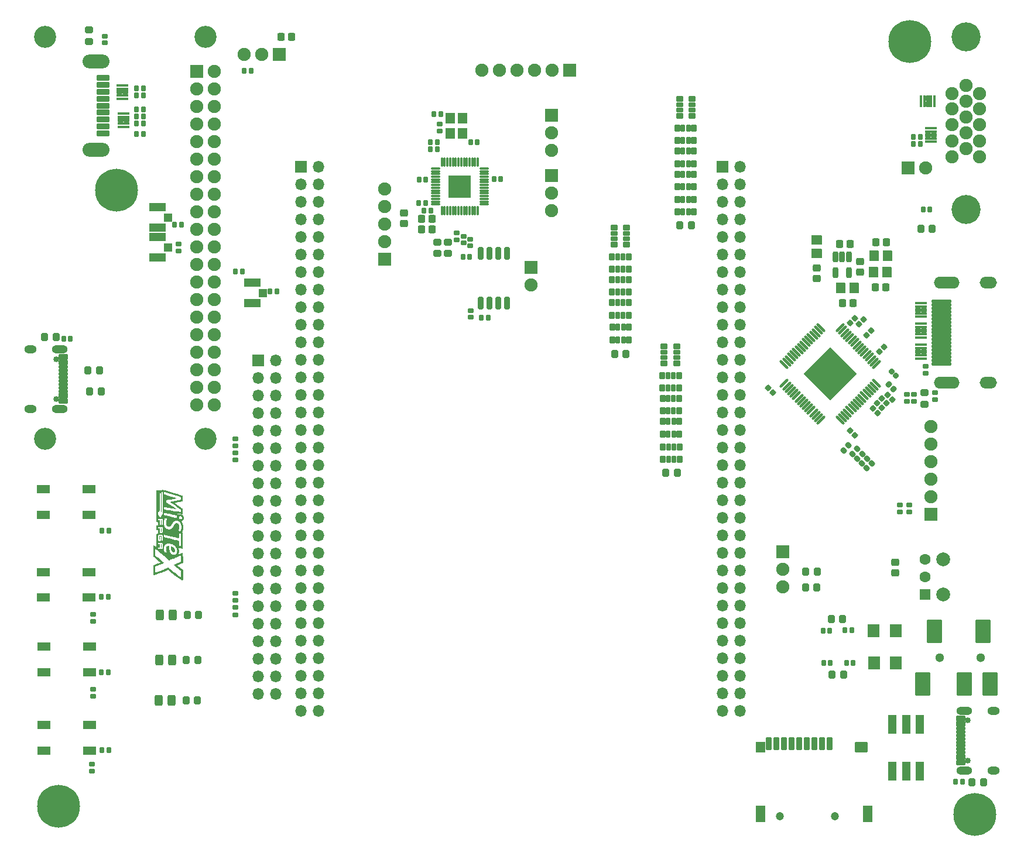
<source format=gbr>
%TF.GenerationSoftware,KiCad,Pcbnew,7.0.10*%
%TF.CreationDate,2024-01-24T08:03:13+07:00*%
%TF.ProjectId,QMTech-MiSTeX,514d5465-6368-42d4-9d69-535465582e6b,rev?*%
%TF.SameCoordinates,Original*%
%TF.FileFunction,Soldermask,Top*%
%TF.FilePolarity,Negative*%
%FSLAX46Y46*%
G04 Gerber Fmt 4.6, Leading zero omitted, Abs format (unit mm)*
G04 Created by KiCad (PCBNEW 7.0.10) date 2024-01-24 08:03:13*
%MOMM*%
%LPD*%
G01*
G04 APERTURE LIST*
G04 Aperture macros list*
%AMRoundRect*
0 Rectangle with rounded corners*
0 $1 Rounding radius*
0 $2 $3 $4 $5 $6 $7 $8 $9 X,Y pos of 4 corners*
0 Add a 4 corners polygon primitive as box body*
4,1,4,$2,$3,$4,$5,$6,$7,$8,$9,$2,$3,0*
0 Add four circle primitives for the rounded corners*
1,1,$1+$1,$2,$3*
1,1,$1+$1,$4,$5*
1,1,$1+$1,$6,$7*
1,1,$1+$1,$8,$9*
0 Add four rect primitives between the rounded corners*
20,1,$1+$1,$2,$3,$4,$5,0*
20,1,$1+$1,$4,$5,$6,$7,0*
20,1,$1+$1,$6,$7,$8,$9,0*
20,1,$1+$1,$8,$9,$2,$3,0*%
%AMHorizOval*
0 Thick line with rounded ends*
0 $1 width*
0 $2 $3 position (X,Y) of the first rounded end (center of the circle)*
0 $4 $5 position (X,Y) of the second rounded end (center of the circle)*
0 Add line between two ends*
20,1,$1,$2,$3,$4,$5,0*
0 Add two circle primitives to create the rounded ends*
1,1,$1,$2,$3*
1,1,$1,$4,$5*%
G04 Aperture macros list end*
%ADD10C,0.000000*%
%ADD11RoundRect,0.185000X0.185000X0.235000X-0.185000X0.235000X-0.185000X-0.235000X0.185000X-0.235000X0*%
%ADD12RoundRect,0.100000X0.850000X0.850000X-0.850000X0.850000X-0.850000X-0.850000X0.850000X-0.850000X0*%
%ADD13O,1.900000X1.900000*%
%ADD14RoundRect,0.275000X0.275000X0.300000X-0.275000X0.300000X-0.275000X-0.300000X0.275000X-0.300000X0*%
%ADD15RoundRect,0.100000X0.392444X-0.010607X-0.010607X0.392444X-0.392444X0.010607X0.010607X-0.392444X0*%
%ADD16RoundRect,0.190000X0.190000X0.220000X-0.190000X0.220000X-0.190000X-0.220000X0.190000X-0.220000X0*%
%ADD17RoundRect,0.250000X-0.325000X0.250000X-0.325000X-0.250000X0.325000X-0.250000X0.325000X0.250000X0*%
%ADD18RoundRect,0.100000X-0.850000X0.850000X-0.850000X-0.850000X0.850000X-0.850000X0.850000X0.850000X0*%
%ADD19RoundRect,0.190000X-0.289914X-0.021213X-0.021213X-0.289914X0.289914X0.021213X0.021213X0.289914X0*%
%ADD20RoundRect,0.100000X-0.330000X0.100000X-0.330000X-0.100000X0.330000X-0.100000X0.330000X0.100000X0*%
%ADD21RoundRect,0.100000X-0.330000X0.200000X-0.330000X-0.200000X0.330000X-0.200000X0.330000X0.200000X0*%
%ADD22RoundRect,0.190000X0.021213X-0.289914X0.289914X-0.021213X-0.021213X0.289914X-0.289914X0.021213X0*%
%ADD23RoundRect,0.100000X0.330000X-0.100000X0.330000X0.100000X-0.330000X0.100000X-0.330000X-0.100000X0*%
%ADD24RoundRect,0.100000X0.330000X-0.200000X0.330000X0.200000X-0.330000X0.200000X-0.330000X-0.200000X0*%
%ADD25RoundRect,0.293750X0.293750X0.506250X-0.293750X0.506250X-0.293750X-0.506250X0.293750X-0.506250X0*%
%ADD26RoundRect,0.190000X-0.190000X-0.220000X0.190000X-0.220000X0.190000X0.220000X-0.190000X0.220000X0*%
%ADD27RoundRect,0.100000X0.850000X0.500000X-0.850000X0.500000X-0.850000X-0.500000X0.850000X-0.500000X0*%
%ADD28RoundRect,0.190000X-0.220000X0.190000X-0.220000X-0.190000X0.220000X-0.190000X0.220000X0.190000X0*%
%ADD29C,1.900000*%
%ADD30C,4.200000*%
%ADD31RoundRect,0.200000X0.200000X-0.700000X0.200000X0.700000X-0.200000X0.700000X-0.200000X-0.700000X0*%
%ADD32RoundRect,0.100000X0.550000X0.100000X-0.550000X0.100000X-0.550000X-0.100000X0.550000X-0.100000X0*%
%ADD33RoundRect,0.100000X-0.100000X0.550000X-0.100000X-0.550000X0.100000X-0.550000X0.100000X0.550000X0*%
%ADD34RoundRect,0.100000X-0.550000X-0.100000X0.550000X-0.100000X0.550000X0.100000X-0.550000X0.100000X0*%
%ADD35RoundRect,0.100000X0.100000X-0.550000X0.100000X0.550000X-0.100000X0.550000X-0.100000X-0.550000X0*%
%ADD36RoundRect,0.100000X1.550000X1.550000X-1.550000X1.550000X-1.550000X-1.550000X1.550000X-1.550000X0*%
%ADD37RoundRect,0.100000X-0.850000X-0.850000X0.850000X-0.850000X0.850000X0.850000X-0.850000X0.850000X0*%
%ADD38R,1.680000X1.680000*%
%ADD39O,1.680000X1.680000*%
%ADD40RoundRect,0.100000X0.325000X0.400000X-0.325000X0.400000X-0.325000X-0.400000X0.325000X-0.400000X0*%
%ADD41RoundRect,0.100000X0.250000X0.400000X-0.250000X0.400000X-0.250000X-0.400000X0.250000X-0.400000X0*%
%ADD42RoundRect,0.250000X-0.250000X-0.325000X0.250000X-0.325000X0.250000X0.325000X-0.250000X0.325000X0*%
%ADD43C,1.000000*%
%ADD44C,6.200000*%
%ADD45RoundRect,0.185000X0.235000X-0.185000X0.235000X0.185000X-0.235000X0.185000X-0.235000X-0.185000X0*%
%ADD46C,3.200000*%
%ADD47RoundRect,0.100000X0.400000X-0.325000X0.400000X0.325000X-0.400000X0.325000X-0.400000X-0.325000X0*%
%ADD48RoundRect,0.100000X0.400000X-0.250000X0.400000X0.250000X-0.400000X0.250000X-0.400000X-0.250000X0*%
%ADD49HorizOval,0.380000X-0.466690X0.466690X0.466690X-0.466690X0*%
%ADD50HorizOval,0.380000X0.466690X0.466690X-0.466690X-0.466690X0*%
%ADD51RoundRect,0.050000X0.000000X-3.747666X3.747666X0.000000X0.000000X3.747666X-3.747666X0.000000X0*%
%ADD52RoundRect,0.185000X-0.185000X-0.235000X0.185000X-0.235000X0.185000X0.235000X-0.185000X0.235000X0*%
%ADD53RoundRect,0.185000X-0.235000X0.185000X-0.235000X-0.185000X0.235000X-0.185000X0.235000X0.185000X0*%
%ADD54RoundRect,0.100000X-0.100000X-0.330000X0.100000X-0.330000X0.100000X0.330000X-0.100000X0.330000X0*%
%ADD55RoundRect,0.100000X-0.200000X-0.330000X0.200000X-0.330000X0.200000X0.330000X-0.200000X0.330000X0*%
%ADD56RoundRect,0.100000X-0.565000X-0.690000X0.565000X-0.690000X0.565000X0.690000X-0.565000X0.690000X0*%
%ADD57C,0.850000*%
%ADD58RoundRect,0.100000X-0.575000X0.150000X-0.575000X-0.150000X0.575000X-0.150000X0.575000X0.150000X0*%
%ADD59O,2.300000X1.200000*%
%ADD60O,1.800000X1.200000*%
%ADD61RoundRect,0.185000X-0.296985X-0.035355X-0.035355X-0.296985X0.296985X0.035355X0.035355X0.296985X0*%
%ADD62RoundRect,0.100000X0.525000X-0.500000X0.525000X0.500000X-0.525000X0.500000X-0.525000X-0.500000X0*%
%ADD63RoundRect,0.100000X1.100000X-0.525000X1.100000X0.525000X-1.100000X0.525000X-1.100000X-0.525000X0*%
%ADD64RoundRect,0.250000X0.325000X-0.250000X0.325000X0.250000X-0.325000X0.250000X-0.325000X-0.250000X0*%
%ADD65RoundRect,0.250000X0.250000X0.325000X-0.250000X0.325000X-0.250000X-0.325000X0.250000X-0.325000X0*%
%ADD66RoundRect,0.100000X-0.745000X-0.865000X0.745000X-0.865000X0.745000X0.865000X-0.745000X0.865000X0*%
%ADD67RoundRect,0.185000X0.035355X-0.296985X0.296985X-0.035355X-0.035355X0.296985X-0.296985X0.035355X0*%
%ADD68RoundRect,0.275000X-0.300000X0.275000X-0.300000X-0.275000X0.300000X-0.275000X0.300000X0.275000X0*%
%ADD69RoundRect,0.100000X0.850000X-0.850000X0.850000X0.850000X-0.850000X0.850000X-0.850000X-0.850000X0*%
%ADD70RoundRect,0.275000X0.300000X-0.275000X0.300000X0.275000X-0.300000X0.275000X-0.300000X-0.275000X0*%
%ADD71RoundRect,0.100000X0.575000X-0.150000X0.575000X0.150000X-0.575000X0.150000X-0.575000X-0.150000X0*%
%ADD72RoundRect,0.275000X-0.275000X-0.300000X0.275000X-0.300000X0.275000X0.300000X-0.275000X0.300000X0*%
%ADD73RoundRect,0.100000X1.300000X-0.150000X1.300000X0.150000X-1.300000X0.150000X-1.300000X-0.150000X0*%
%ADD74O,3.700000X1.700000*%
%ADD75O,2.500000X1.700000*%
%ADD76RoundRect,0.100000X0.500000X1.275000X-0.500000X1.275000X-0.500000X-1.275000X0.500000X-1.275000X0*%
%ADD77RoundRect,0.100000X-0.700000X0.700000X-0.700000X-0.700000X0.700000X-0.700000X0.700000X0.700000X0*%
%ADD78C,1.600000*%
%ADD79C,2.000000*%
%ADD80C,1.200000*%
%ADD81RoundRect,0.100000X-0.350000X-0.800000X0.350000X-0.800000X0.350000X0.800000X-0.350000X0.800000X0*%
%ADD82RoundRect,0.100000X-0.600000X-0.700000X0.600000X-0.700000X0.600000X0.700000X-0.600000X0.700000X0*%
%ADD83RoundRect,0.100000X-0.600000X-1.100000X0.600000X-1.100000X0.600000X1.100000X-0.600000X1.100000X0*%
%ADD84RoundRect,0.100000X-0.800000X-0.700000X0.800000X-0.700000X0.800000X0.700000X-0.800000X0.700000X0*%
%ADD85RoundRect,0.100000X-0.325000X-0.400000X0.325000X-0.400000X0.325000X0.400000X-0.325000X0.400000X0*%
%ADD86RoundRect,0.100000X-0.250000X-0.400000X0.250000X-0.400000X0.250000X0.400000X-0.250000X0.400000X0*%
%ADD87RoundRect,0.200000X-0.200000X0.562500X-0.200000X-0.562500X0.200000X-0.562500X0.200000X0.562500X0*%
%ADD88RoundRect,0.100000X-0.600000X0.700000X-0.600000X-0.700000X0.600000X-0.700000X0.600000X0.700000X0*%
%ADD89RoundRect,0.100000X-0.690000X0.565000X-0.690000X-0.565000X0.690000X-0.565000X0.690000X0.565000X0*%
%ADD90RoundRect,0.190000X0.289914X0.021213X0.021213X0.289914X-0.289914X-0.021213X-0.021213X-0.289914X0*%
%ADD91RoundRect,0.100000X-0.800000X0.350000X-0.800000X-0.350000X0.800000X-0.350000X0.800000X0.350000X0*%
%ADD92O,3.900000X2.000000*%
%ADD93C,1.300000*%
%ADD94RoundRect,0.100000X1.000000X1.600000X-1.000000X1.600000X-1.000000X-1.600000X1.000000X-1.600000X0*%
%ADD95RoundRect,0.190000X0.220000X-0.190000X0.220000X0.190000X-0.220000X0.190000X-0.220000X-0.190000X0*%
G04 APERTURE END LIST*
D10*
G36*
X116111808Y-113296992D02*
G01*
X116116754Y-113297136D01*
X116121613Y-113297371D01*
X116126359Y-113297693D01*
X116130964Y-113298097D01*
X116135402Y-113298580D01*
X116139645Y-113299138D01*
X116143667Y-113299765D01*
X116147441Y-113300459D01*
X116150940Y-113301215D01*
X116154138Y-113302029D01*
X116157006Y-113302896D01*
X116159520Y-113303813D01*
X116161650Y-113304776D01*
X116163372Y-113305780D01*
X116164071Y-113306296D01*
X116164657Y-113306821D01*
X116165434Y-113309147D01*
X116166173Y-113313920D01*
X116167524Y-113330281D01*
X116169596Y-113386549D01*
X116170611Y-113467159D01*
X116170302Y-113563644D01*
X116166068Y-113811999D01*
X116113858Y-113816232D01*
X116060235Y-113820466D01*
X116060235Y-113296943D01*
X116106802Y-113296943D01*
X116111808Y-113296992D01*
G37*
G36*
X117531539Y-113609261D02*
G01*
X117533651Y-113609406D01*
X117535921Y-113609655D01*
X117540959Y-113610444D01*
X117546701Y-113611584D01*
X117553191Y-113613032D01*
X117569988Y-113617715D01*
X117588948Y-113624238D01*
X117609752Y-113632423D01*
X117632081Y-113642092D01*
X117655617Y-113653067D01*
X117680042Y-113665171D01*
X117705038Y-113678226D01*
X117730285Y-113692054D01*
X117755467Y-113706477D01*
X117780264Y-113721318D01*
X117804358Y-113736399D01*
X117827431Y-113751541D01*
X117849165Y-113766568D01*
X117869241Y-113781302D01*
X117887341Y-113795564D01*
X117903146Y-113809177D01*
X117921147Y-113826148D01*
X117938609Y-113843677D01*
X117955487Y-113861694D01*
X117971740Y-113880129D01*
X117987322Y-113898911D01*
X118002191Y-113917970D01*
X118016304Y-113937236D01*
X118029617Y-113956638D01*
X118042087Y-113976106D01*
X118053669Y-113995570D01*
X118064322Y-114014960D01*
X118074001Y-114034205D01*
X118082663Y-114053235D01*
X118090265Y-114071980D01*
X118096762Y-114090369D01*
X118102113Y-114108332D01*
X118106000Y-114125548D01*
X118109202Y-114143734D01*
X118111725Y-114162701D01*
X118113578Y-114182261D01*
X118114770Y-114202227D01*
X118115309Y-114222409D01*
X118115203Y-114242621D01*
X118114460Y-114262673D01*
X118113089Y-114282378D01*
X118111098Y-114301547D01*
X118108495Y-114319993D01*
X118105288Y-114337527D01*
X118101486Y-114353962D01*
X118097097Y-114369109D01*
X118092129Y-114382780D01*
X118086591Y-114394787D01*
X118079166Y-114408050D01*
X118071176Y-114420325D01*
X118062620Y-114431616D01*
X118053496Y-114441928D01*
X118043801Y-114451263D01*
X118033534Y-114459627D01*
X118022691Y-114467024D01*
X118011273Y-114473457D01*
X117999275Y-114478931D01*
X117986697Y-114483451D01*
X117973535Y-114487019D01*
X117959789Y-114489641D01*
X117945456Y-114491320D01*
X117930533Y-114492061D01*
X117915020Y-114491867D01*
X117898913Y-114490743D01*
X117871675Y-114487351D01*
X117845517Y-114481929D01*
X117820425Y-114474465D01*
X117796387Y-114464946D01*
X117773391Y-114453360D01*
X117751424Y-114439695D01*
X117730475Y-114423938D01*
X117710530Y-114406076D01*
X117691577Y-114386098D01*
X117673604Y-114363991D01*
X117656598Y-114339742D01*
X117640547Y-114313340D01*
X117625439Y-114284771D01*
X117611261Y-114254024D01*
X117598001Y-114221085D01*
X117585646Y-114185943D01*
X117580420Y-114167550D01*
X117574856Y-114144037D01*
X117563091Y-114084321D01*
X117551093Y-114012137D01*
X117539609Y-113932825D01*
X117529381Y-113851728D01*
X117521154Y-113774185D01*
X117515672Y-113705540D01*
X117513680Y-113651132D01*
X117513720Y-113643402D01*
X117513873Y-113636588D01*
X117514182Y-113630646D01*
X117514694Y-113625533D01*
X117515040Y-113623274D01*
X117515454Y-113621206D01*
X117515941Y-113619323D01*
X117516507Y-113617621D01*
X117517158Y-113616093D01*
X117517900Y-113614734D01*
X117518738Y-113613539D01*
X117519677Y-113612503D01*
X117520724Y-113611619D01*
X117521884Y-113610883D01*
X117523163Y-113610289D01*
X117524566Y-113609832D01*
X117526100Y-113609506D01*
X117527769Y-113609306D01*
X117529581Y-113609226D01*
X117531539Y-113609261D01*
G37*
G36*
X116338616Y-105439199D02*
G01*
X116352481Y-105440609D01*
X116368186Y-105443053D01*
X116385915Y-105446535D01*
X116405852Y-105451058D01*
X116428180Y-105456628D01*
X116480746Y-105470921D01*
X116539638Y-105487523D01*
X116565565Y-105494572D01*
X116608981Y-105506375D01*
X116744624Y-105542887D01*
X117049512Y-105626959D01*
X117395146Y-105726508D01*
X117747130Y-105831614D01*
X118071068Y-105932354D01*
X118444991Y-106053908D01*
X118809256Y-106175594D01*
X119091236Y-106272674D01*
X119178672Y-106304256D01*
X119218302Y-106320409D01*
X119228549Y-106327730D01*
X119232695Y-106332117D01*
X119236250Y-106337696D01*
X119239258Y-106344994D01*
X119241767Y-106354541D01*
X119243821Y-106366866D01*
X119245466Y-106382498D01*
X119247709Y-106425802D01*
X119248861Y-106488685D01*
X119249346Y-106690121D01*
X119249093Y-106760519D01*
X119248376Y-106826800D01*
X119247263Y-106887492D01*
X119245819Y-106941122D01*
X119244110Y-106986220D01*
X119242203Y-107021313D01*
X119240163Y-107044930D01*
X119239115Y-107051974D01*
X119238058Y-107055598D01*
X119230641Y-107062521D01*
X119216431Y-107070561D01*
X119168230Y-107089840D01*
X119094662Y-107113121D01*
X118996934Y-107140089D01*
X118876254Y-107170430D01*
X118733828Y-107203831D01*
X118570864Y-107239977D01*
X118388569Y-107278554D01*
X118287514Y-107299842D01*
X118246990Y-107308406D01*
X118212488Y-107315772D01*
X118183527Y-107322079D01*
X118170972Y-107324880D01*
X118159621Y-107327469D01*
X118149413Y-107329863D01*
X118140288Y-107332081D01*
X118132185Y-107334140D01*
X118125044Y-107336057D01*
X118118803Y-107337850D01*
X118113404Y-107339536D01*
X118108785Y-107341134D01*
X118106749Y-107341905D01*
X118104886Y-107342660D01*
X118103187Y-107343402D01*
X118101646Y-107344133D01*
X118100254Y-107344855D01*
X118099005Y-107345569D01*
X118097890Y-107346279D01*
X118096902Y-107346987D01*
X118096034Y-107347695D01*
X118095278Y-107348404D01*
X118094626Y-107349117D01*
X118094071Y-107349837D01*
X118093605Y-107350566D01*
X118093221Y-107351305D01*
X118092911Y-107352057D01*
X118092668Y-107352824D01*
X118092484Y-107353608D01*
X118092351Y-107354412D01*
X118092210Y-107356087D01*
X118092184Y-107357867D01*
X118092235Y-107361809D01*
X118093570Y-107364787D01*
X118097486Y-107369422D01*
X118112542Y-107383285D01*
X118136363Y-107402638D01*
X118167906Y-107426721D01*
X118206130Y-107454772D01*
X118249993Y-107486032D01*
X118298453Y-107519738D01*
X118350468Y-107555132D01*
X118519168Y-107669685D01*
X118677979Y-107778881D01*
X118823494Y-107880272D01*
X118952308Y-107971410D01*
X119061013Y-108049848D01*
X119146203Y-108113138D01*
X119204472Y-108158834D01*
X119222447Y-108174319D01*
X119232413Y-108184487D01*
X119234696Y-108188907D01*
X119236787Y-108195371D01*
X119240417Y-108214936D01*
X119243352Y-108244192D01*
X119245642Y-108284147D01*
X119247337Y-108335810D01*
X119248486Y-108400189D01*
X119249346Y-108571132D01*
X119249140Y-108665051D01*
X119248486Y-108743310D01*
X119247337Y-108807049D01*
X119246561Y-108833831D01*
X119245642Y-108857411D01*
X119244575Y-108877932D01*
X119243352Y-108895536D01*
X119241968Y-108910366D01*
X119240417Y-108922565D01*
X119238692Y-108932275D01*
X119236787Y-108939639D01*
X119235765Y-108942485D01*
X119234696Y-108944799D01*
X119233579Y-108946598D01*
X119232413Y-108947899D01*
X119226806Y-108950197D01*
X119216855Y-108951801D01*
X119183884Y-108952926D01*
X119133418Y-108951272D01*
X119065373Y-108946840D01*
X118876218Y-108929642D01*
X118615758Y-108901332D01*
X118577928Y-108896845D01*
X118542247Y-108892953D01*
X118509544Y-108889723D01*
X118480644Y-108887221D01*
X118456373Y-108885512D01*
X118437560Y-108884663D01*
X118430459Y-108884582D01*
X118425031Y-108884740D01*
X118421382Y-108885147D01*
X118420256Y-108885446D01*
X118419613Y-108885810D01*
X118417690Y-108887943D01*
X118416153Y-108890106D01*
X118414999Y-108892299D01*
X118414225Y-108894519D01*
X118413828Y-108896763D01*
X118413806Y-108899031D01*
X118414155Y-108901319D01*
X118414872Y-108903625D01*
X118415956Y-108905948D01*
X118417403Y-108908286D01*
X118421374Y-108912996D01*
X118426763Y-108917739D01*
X118433548Y-108922499D01*
X118441705Y-108927258D01*
X118451211Y-108932002D01*
X118462045Y-108936712D01*
X118474183Y-108941372D01*
X118487603Y-108945966D01*
X118502281Y-108950478D01*
X118518196Y-108954891D01*
X118535324Y-108959187D01*
X118546528Y-108961880D01*
X118557353Y-108964653D01*
X118567753Y-108967487D01*
X118577679Y-108970366D01*
X118587085Y-108973269D01*
X118595922Y-108976178D01*
X118604143Y-108979075D01*
X118611700Y-108981941D01*
X118618547Y-108984758D01*
X118624635Y-108987506D01*
X118629916Y-108990167D01*
X118634344Y-108992723D01*
X118636223Y-108993956D01*
X118637871Y-108995155D01*
X118639282Y-108996319D01*
X118640449Y-108997444D01*
X118641367Y-108998530D01*
X118642031Y-108999573D01*
X118642433Y-109000570D01*
X118642568Y-109001521D01*
X118642671Y-109003976D01*
X118642979Y-109006315D01*
X118643489Y-109008537D01*
X118644200Y-109010641D01*
X118645109Y-109012625D01*
X118646215Y-109014491D01*
X118647515Y-109016235D01*
X118649007Y-109017859D01*
X118650689Y-109019360D01*
X118652559Y-109020739D01*
X118654616Y-109021995D01*
X118656856Y-109023126D01*
X118661880Y-109025012D01*
X118667616Y-109026392D01*
X118674046Y-109027259D01*
X118681154Y-109027607D01*
X118688923Y-109027430D01*
X118697337Y-109026722D01*
X118706380Y-109025477D01*
X118716035Y-109023688D01*
X118726284Y-109021349D01*
X118737113Y-109018454D01*
X118750359Y-109015949D01*
X118767408Y-109013758D01*
X118787566Y-109011930D01*
X118810138Y-109010517D01*
X118834430Y-109009566D01*
X118859747Y-109009127D01*
X118885395Y-109009251D01*
X118887906Y-109009325D01*
X118910680Y-109009987D01*
X118945042Y-109011812D01*
X118960401Y-109012945D01*
X118974709Y-109014265D01*
X118988091Y-109015799D01*
X119000671Y-109017578D01*
X119012573Y-109019629D01*
X119023921Y-109021982D01*
X119034840Y-109024666D01*
X119045452Y-109027709D01*
X119055882Y-109031141D01*
X119066255Y-109034990D01*
X119076693Y-109039287D01*
X119087322Y-109044058D01*
X119098265Y-109049334D01*
X119109646Y-109055143D01*
X119136533Y-109069925D01*
X119162150Y-109085691D01*
X119186485Y-109102433D01*
X119209527Y-109120142D01*
X119231262Y-109138811D01*
X119251678Y-109158430D01*
X119270763Y-109178991D01*
X119288505Y-109200487D01*
X119304890Y-109222910D01*
X119319908Y-109246249D01*
X119333544Y-109270499D01*
X119345787Y-109295649D01*
X119356625Y-109321693D01*
X119366044Y-109348621D01*
X119374034Y-109376426D01*
X119380580Y-109405099D01*
X119384460Y-109426818D01*
X119387382Y-109448562D01*
X119389360Y-109470297D01*
X119390411Y-109491989D01*
X119390552Y-109513607D01*
X119389798Y-109535115D01*
X119388166Y-109556482D01*
X119385673Y-109577673D01*
X119382334Y-109598655D01*
X119378167Y-109619396D01*
X119373186Y-109639860D01*
X119367409Y-109660016D01*
X119360851Y-109679830D01*
X119353529Y-109699269D01*
X119345460Y-109718298D01*
X119336659Y-109736886D01*
X119327143Y-109754998D01*
X119316928Y-109772602D01*
X119306030Y-109789663D01*
X119294466Y-109806149D01*
X119282252Y-109822026D01*
X119269404Y-109837261D01*
X119255939Y-109851821D01*
X119241872Y-109865672D01*
X119227220Y-109878781D01*
X119212000Y-109891114D01*
X119196227Y-109902639D01*
X119179918Y-109913322D01*
X119163089Y-109923129D01*
X119145757Y-109932028D01*
X119127937Y-109939984D01*
X119109646Y-109946965D01*
X119102327Y-109949640D01*
X119095210Y-109952359D01*
X119088333Y-109955098D01*
X119081733Y-109957835D01*
X119075447Y-109960547D01*
X119069512Y-109963212D01*
X119063967Y-109965807D01*
X119058846Y-109968308D01*
X119054189Y-109970694D01*
X119050033Y-109972941D01*
X119046413Y-109975027D01*
X119043368Y-109976929D01*
X119040935Y-109978625D01*
X119039152Y-109980091D01*
X119038515Y-109980730D01*
X119038054Y-109981304D01*
X119037774Y-109981809D01*
X119037680Y-109982243D01*
X119037973Y-109983708D01*
X119038832Y-109985955D01*
X119042134Y-109992628D01*
X119047354Y-110001913D01*
X119054260Y-110013464D01*
X119062622Y-110026933D01*
X119072208Y-110041973D01*
X119094124Y-110075377D01*
X119118234Y-110113375D01*
X119140820Y-110152751D01*
X119161881Y-110193490D01*
X119181415Y-110235582D01*
X119199418Y-110279013D01*
X119215890Y-110323771D01*
X119230829Y-110369843D01*
X119244231Y-110417218D01*
X119256096Y-110465883D01*
X119266420Y-110515825D01*
X119275203Y-110567032D01*
X119282441Y-110619492D01*
X119288134Y-110673192D01*
X119292278Y-110728120D01*
X119294872Y-110784263D01*
X119295913Y-110841609D01*
X119294554Y-110925934D01*
X119292816Y-110966067D01*
X119290335Y-111005034D01*
X119287085Y-111042975D01*
X119283039Y-111080032D01*
X119278171Y-111116345D01*
X119272453Y-111152054D01*
X119265859Y-111187300D01*
X119258361Y-111222224D01*
X119249934Y-111256966D01*
X119240549Y-111291666D01*
X119230180Y-111326466D01*
X119218801Y-111361505D01*
X119206384Y-111396925D01*
X119192902Y-111432866D01*
X119184964Y-111453767D01*
X119178085Y-111472616D01*
X119175043Y-111481302D01*
X119172264Y-111489510D01*
X119169751Y-111497254D01*
X119167502Y-111504545D01*
X119165518Y-111511397D01*
X119163798Y-111517820D01*
X119162343Y-111523827D01*
X119161152Y-111529430D01*
X119160226Y-111534641D01*
X119159564Y-111539473D01*
X119159167Y-111543938D01*
X119159035Y-111548047D01*
X119159167Y-111551813D01*
X119159564Y-111555248D01*
X119160226Y-111558365D01*
X119161152Y-111561174D01*
X119161714Y-111562468D01*
X119162343Y-111563689D01*
X119163037Y-111564840D01*
X119163798Y-111565922D01*
X119164625Y-111566936D01*
X119165518Y-111567884D01*
X119166477Y-111568768D01*
X119167502Y-111569589D01*
X119169751Y-111571047D01*
X119172264Y-111572271D01*
X119175043Y-111573274D01*
X119178085Y-111574067D01*
X119181393Y-111574663D01*
X119184964Y-111575074D01*
X119188801Y-111575311D01*
X119192902Y-111575387D01*
X119194365Y-111575424D01*
X119195842Y-111575534D01*
X119197331Y-111575713D01*
X119198830Y-111575961D01*
X119200336Y-111576275D01*
X119201847Y-111576653D01*
X119203361Y-111577093D01*
X119204874Y-111577592D01*
X119207893Y-111578764D01*
X119210885Y-111580150D01*
X119213832Y-111581735D01*
X119216714Y-111583502D01*
X119219514Y-111585434D01*
X119222213Y-111587514D01*
X119224791Y-111589728D01*
X119227232Y-111592056D01*
X119229515Y-111594485D01*
X119231622Y-111596995D01*
X119233535Y-111599572D01*
X119235235Y-111602199D01*
X119238678Y-111626535D01*
X119241607Y-111685763D01*
X119245995Y-111908762D01*
X119249346Y-112772010D01*
X119249189Y-113109271D01*
X119248619Y-113374334D01*
X119247486Y-113575831D01*
X119246662Y-113655439D01*
X119245642Y-113722393D01*
X119244407Y-113777772D01*
X119242939Y-113822654D01*
X119241218Y-113858119D01*
X119239226Y-113885245D01*
X119236945Y-113905111D01*
X119235690Y-113912659D01*
X119234356Y-113918797D01*
X119232940Y-113923659D01*
X119231441Y-113927381D01*
X119229855Y-113930098D01*
X119228180Y-113931943D01*
X119223551Y-113935057D01*
X119217875Y-113937475D01*
X119210764Y-113939127D01*
X119201832Y-113939947D01*
X119190692Y-113939865D01*
X119176958Y-113938814D01*
X119140162Y-113933530D01*
X119088350Y-113923551D01*
X119018431Y-113908329D01*
X118811902Y-113859976D01*
X118742625Y-113844140D01*
X118714370Y-113837807D01*
X118690017Y-113832504D01*
X118679222Y-113830232D01*
X118669303Y-113828209D01*
X118660227Y-113826434D01*
X118651961Y-113824903D01*
X118644473Y-113823613D01*
X118637729Y-113822563D01*
X118631696Y-113821750D01*
X118626341Y-113821171D01*
X118621631Y-113820823D01*
X118617532Y-113820704D01*
X118614013Y-113820812D01*
X118612460Y-113820950D01*
X118611039Y-113821143D01*
X118609747Y-113821392D01*
X118608578Y-113821696D01*
X118607529Y-113822054D01*
X118606596Y-113822467D01*
X118605775Y-113822933D01*
X118605061Y-113823454D01*
X118604451Y-113824028D01*
X118603940Y-113824654D01*
X118603523Y-113825334D01*
X118603198Y-113826066D01*
X118602960Y-113826850D01*
X118602804Y-113827685D01*
X118602727Y-113828572D01*
X118602724Y-113829510D01*
X118602925Y-113831539D01*
X118603375Y-113833768D01*
X118604039Y-113836194D01*
X118604885Y-113838817D01*
X118605880Y-113841631D01*
X118624715Y-113893096D01*
X118632836Y-113918040D01*
X118640143Y-113942725D01*
X118646673Y-113967352D01*
X118652463Y-113992122D01*
X118657550Y-114017235D01*
X118661971Y-114042892D01*
X118665764Y-114069293D01*
X118668966Y-114096638D01*
X118671614Y-114125129D01*
X118673745Y-114154965D01*
X118676606Y-114219476D01*
X118677846Y-114291776D01*
X118677607Y-114355006D01*
X118676722Y-114406561D01*
X118675960Y-114428695D01*
X118674944Y-114448790D01*
X118673643Y-114467141D01*
X118672026Y-114484040D01*
X118670061Y-114499782D01*
X118667718Y-114514660D01*
X118664966Y-114528968D01*
X118661773Y-114542998D01*
X118658109Y-114557045D01*
X118653943Y-114571402D01*
X118649244Y-114586363D01*
X118643980Y-114602221D01*
X118637062Y-114622525D01*
X118630177Y-114641886D01*
X118623491Y-114659892D01*
X118617169Y-114676128D01*
X118611375Y-114690181D01*
X118606277Y-114701638D01*
X118604039Y-114706264D01*
X118602038Y-114710086D01*
X118600292Y-114713052D01*
X118598824Y-114715110D01*
X118597046Y-114717155D01*
X118595415Y-114719312D01*
X118593930Y-114721569D01*
X118592587Y-114723916D01*
X118591386Y-114726340D01*
X118590325Y-114728830D01*
X118589403Y-114731375D01*
X118588616Y-114733962D01*
X118587963Y-114736580D01*
X118587443Y-114739217D01*
X118587054Y-114741862D01*
X118586794Y-114744504D01*
X118586661Y-114747130D01*
X118586653Y-114749728D01*
X118586769Y-114752288D01*
X118587006Y-114754798D01*
X118587363Y-114757245D01*
X118587839Y-114759619D01*
X118588430Y-114761908D01*
X118589137Y-114764099D01*
X118589955Y-114766182D01*
X118590885Y-114768145D01*
X118591924Y-114769977D01*
X118593070Y-114771665D01*
X118594321Y-114773197D01*
X118595676Y-114774564D01*
X118597133Y-114775751D01*
X118598689Y-114776749D01*
X118600344Y-114777546D01*
X118602095Y-114778129D01*
X118603941Y-114778488D01*
X118605880Y-114778610D01*
X118615857Y-114775989D01*
X118636483Y-114768489D01*
X118704658Y-114741039D01*
X118800349Y-114700624D01*
X118913502Y-114651610D01*
X118971763Y-114625959D01*
X119027163Y-114602243D01*
X119078428Y-114580941D01*
X119124287Y-114562533D01*
X119163464Y-114547499D01*
X119194688Y-114536317D01*
X119206919Y-114532321D01*
X119216684Y-114529469D01*
X119223824Y-114527819D01*
X119228180Y-114527432D01*
X119237504Y-114530830D01*
X119241292Y-114535478D01*
X119244562Y-114543505D01*
X119249735Y-114573941D01*
X119253403Y-114630620D01*
X119255947Y-114722025D01*
X119257747Y-114856640D01*
X119260635Y-115289432D01*
X119263457Y-116045787D01*
X119077191Y-116119166D01*
X118691957Y-116268743D01*
X118651507Y-116284370D01*
X118615212Y-116298506D01*
X118582860Y-116311249D01*
X118554242Y-116322696D01*
X118529146Y-116332944D01*
X118507361Y-116342091D01*
X118488677Y-116350233D01*
X118480432Y-116353957D01*
X118472882Y-116357467D01*
X118466003Y-116360774D01*
X118459767Y-116363891D01*
X118454148Y-116366830D01*
X118449120Y-116369602D01*
X118444656Y-116372220D01*
X118440729Y-116374697D01*
X118437315Y-116377044D01*
X118434386Y-116379273D01*
X118431915Y-116381397D01*
X118429877Y-116383427D01*
X118428246Y-116385377D01*
X118426994Y-116387257D01*
X118426095Y-116389081D01*
X118425524Y-116390859D01*
X118425254Y-116392606D01*
X118425258Y-116394331D01*
X118430944Y-116401695D01*
X118446807Y-116416397D01*
X118505051Y-116464755D01*
X118591970Y-116533288D01*
X118699542Y-116615876D01*
X118944568Y-116798747D01*
X119065982Y-116886793D01*
X119175968Y-116964421D01*
X119263457Y-117026510D01*
X119263457Y-117799798D01*
X119263686Y-118096060D01*
X119263560Y-118213597D01*
X119262906Y-118312517D01*
X119261451Y-118394157D01*
X119260336Y-118428914D01*
X119258918Y-118459852D01*
X119257162Y-118487137D01*
X119255034Y-118510936D01*
X119252499Y-118531417D01*
X119249523Y-118548746D01*
X119246071Y-118563091D01*
X119244156Y-118569196D01*
X119242110Y-118574617D01*
X119239927Y-118579376D01*
X119237604Y-118583492D01*
X119235137Y-118586988D01*
X119232521Y-118589884D01*
X119229751Y-118592200D01*
X119226824Y-118593958D01*
X119223735Y-118595178D01*
X119220480Y-118595882D01*
X119217054Y-118596089D01*
X119213454Y-118595822D01*
X119209675Y-118595101D01*
X119205712Y-118593946D01*
X119197220Y-118590421D01*
X119187943Y-118585413D01*
X119177848Y-118579089D01*
X119166898Y-118571617D01*
X119113880Y-118533577D01*
X118855817Y-118352214D01*
X118609099Y-118174869D01*
X118372765Y-118000797D01*
X118145857Y-117829256D01*
X117927416Y-117659501D01*
X117716483Y-117490788D01*
X117512098Y-117322372D01*
X117313302Y-117153510D01*
X117279496Y-117124171D01*
X117247376Y-117096867D01*
X117217705Y-117072175D01*
X117191241Y-117050675D01*
X117168746Y-117032945D01*
X117150980Y-117019565D01*
X117144108Y-117014686D01*
X117138704Y-117011112D01*
X117134863Y-117008914D01*
X117133558Y-117008354D01*
X117132680Y-117008166D01*
X117126140Y-117009897D01*
X117112373Y-117014869D01*
X117066534Y-117033213D01*
X117001909Y-117060553D01*
X116925246Y-117094244D01*
X116729207Y-117179742D01*
X116538293Y-117260181D01*
X116349827Y-117336585D01*
X116161130Y-117409979D01*
X115969522Y-117481389D01*
X115772324Y-117551840D01*
X115566859Y-117622357D01*
X115350446Y-117693965D01*
X115263828Y-117722210D01*
X115226336Y-117734174D01*
X115192490Y-117744765D01*
X115162117Y-117754034D01*
X115135042Y-117762029D01*
X115111093Y-117768801D01*
X115090096Y-117774399D01*
X115071877Y-117778872D01*
X115056263Y-117782270D01*
X115043079Y-117784643D01*
X115032153Y-117786040D01*
X115027482Y-117786388D01*
X115023310Y-117786511D01*
X115019615Y-117786415D01*
X115016377Y-117786106D01*
X115013572Y-117785590D01*
X115011180Y-117784874D01*
X115009179Y-117783964D01*
X115007546Y-117782865D01*
X115004534Y-117778872D01*
X115001836Y-117771824D01*
X114997316Y-117746397D01*
X114993854Y-117702250D01*
X114991318Y-117635052D01*
X114988496Y-117414169D01*
X114987791Y-117049088D01*
X114987834Y-116958777D01*
X115255902Y-116958777D01*
X115256155Y-117047630D01*
X115256872Y-117130910D01*
X115257985Y-117206749D01*
X115259430Y-117273278D01*
X115261138Y-117328629D01*
X115263045Y-117370932D01*
X115265085Y-117398319D01*
X115266134Y-117405835D01*
X115267190Y-117408922D01*
X115271765Y-117408979D01*
X115281690Y-117407064D01*
X115317043Y-117397500D01*
X115445873Y-117356710D01*
X115644817Y-117289462D01*
X115905013Y-117198666D01*
X115951670Y-117182198D01*
X116006018Y-117162176D01*
X116125675Y-117116292D01*
X116239777Y-117070674D01*
X116287179Y-117050981D01*
X116324113Y-117034976D01*
X116336168Y-117029368D01*
X116347793Y-117024239D01*
X116358691Y-117019673D01*
X116368563Y-117015751D01*
X116377112Y-117012556D01*
X116384041Y-117010172D01*
X116386805Y-117009310D01*
X116389052Y-117008681D01*
X116390744Y-117008296D01*
X116391846Y-117008166D01*
X116393115Y-117008068D01*
X116394787Y-117007780D01*
X116399232Y-117006666D01*
X116404968Y-117004891D01*
X116411778Y-117002521D01*
X116419448Y-116999622D01*
X116427763Y-116996259D01*
X116436508Y-116992500D01*
X116445468Y-116988410D01*
X116679228Y-116885598D01*
X116917485Y-116781859D01*
X117103884Y-116701668D01*
X117160025Y-116678051D01*
X117182069Y-116669499D01*
X117189471Y-116674490D01*
X117207689Y-116688792D01*
X117271674Y-116741289D01*
X117364234Y-116818922D01*
X117475580Y-116913620D01*
X117717497Y-117117372D01*
X117981110Y-117332897D01*
X118243136Y-117541279D01*
X118366277Y-117636879D01*
X118480291Y-117723599D01*
X118574223Y-117793634D01*
X118663956Y-117859749D01*
X118747140Y-117920276D01*
X118821427Y-117973542D01*
X118884469Y-118017880D01*
X118933919Y-118051617D01*
X118967427Y-118073084D01*
X118977470Y-118078694D01*
X118982646Y-118080611D01*
X118983952Y-118078375D01*
X118985218Y-118071786D01*
X118987607Y-118046259D01*
X118991642Y-117950788D01*
X118994354Y-117805576D01*
X118995346Y-117621998D01*
X118995242Y-117481463D01*
X118995067Y-117423273D01*
X118994773Y-117372431D01*
X118994330Y-117328410D01*
X118993709Y-117290683D01*
X118992882Y-117258723D01*
X118991819Y-117232003D01*
X118991190Y-117220444D01*
X118990491Y-117209996D01*
X118989719Y-117200596D01*
X118988870Y-117192175D01*
X118987940Y-117184670D01*
X118986926Y-117178013D01*
X118985824Y-117172139D01*
X118984631Y-117166982D01*
X118983342Y-117162476D01*
X118981955Y-117158556D01*
X118980466Y-117155154D01*
X118978870Y-117152207D01*
X118977166Y-117149646D01*
X118975348Y-117147408D01*
X118973413Y-117145425D01*
X118971357Y-117143632D01*
X118949794Y-117127118D01*
X118909974Y-117097242D01*
X118797791Y-117013810D01*
X118592298Y-116862645D01*
X118536052Y-116820731D01*
X118518802Y-116807554D01*
X118508513Y-116799322D01*
X118496144Y-116789752D01*
X118472001Y-116771451D01*
X118439655Y-116747330D01*
X118402680Y-116720298D01*
X118348837Y-116678847D01*
X118270388Y-116617288D01*
X118080946Y-116467710D01*
X117852346Y-116284266D01*
X118010391Y-116222177D01*
X118166319Y-116161852D01*
X118318013Y-116103643D01*
X118378426Y-116080492D01*
X118433019Y-116059193D01*
X118475969Y-116042128D01*
X118501457Y-116031677D01*
X118762513Y-115930077D01*
X118988291Y-115842588D01*
X118992524Y-115374099D01*
X118992811Y-115191955D01*
X118992400Y-115112384D01*
X118991642Y-115043017D01*
X118990554Y-114985754D01*
X118989151Y-114942497D01*
X118987450Y-114915148D01*
X118986493Y-114908034D01*
X118985989Y-114906221D01*
X118985468Y-114905610D01*
X118968249Y-114911723D01*
X118927348Y-114928584D01*
X118794616Y-114985690D01*
X118627487Y-115059201D01*
X118466180Y-115131388D01*
X118352762Y-115182893D01*
X118276275Y-115217113D01*
X118198069Y-115251332D01*
X118040024Y-115322240D01*
X117915846Y-115378332D01*
X117856999Y-115405253D01*
X117768914Y-115444478D01*
X117553191Y-115539198D01*
X117289313Y-115656321D01*
X116827879Y-115269677D01*
X116040480Y-114612099D01*
X115622261Y-114262319D01*
X115472353Y-114138031D01*
X115353268Y-114040598D01*
X115342782Y-114031982D01*
X115333008Y-114024123D01*
X115323934Y-114017016D01*
X115315543Y-114010657D01*
X115307822Y-114005042D01*
X115300757Y-114000167D01*
X115297465Y-113998006D01*
X115294332Y-113996028D01*
X115291356Y-113994233D01*
X115288534Y-113992621D01*
X115285865Y-113991191D01*
X115283347Y-113989942D01*
X115280979Y-113988873D01*
X115278758Y-113987985D01*
X115276683Y-113987277D01*
X115274752Y-113986749D01*
X115272963Y-113986399D01*
X115271314Y-113986227D01*
X115269803Y-113986233D01*
X115268430Y-113986417D01*
X115267191Y-113986777D01*
X115266085Y-113987313D01*
X115265111Y-113988025D01*
X115264266Y-113988912D01*
X115263549Y-113989974D01*
X115262957Y-113991210D01*
X115261502Y-114004310D01*
X115260311Y-114034888D01*
X115258724Y-114140611D01*
X115258195Y-114292636D01*
X115258724Y-114475221D01*
X115262957Y-114939476D01*
X115361735Y-115022732D01*
X115491734Y-115130153D01*
X115665124Y-115272499D01*
X116449702Y-115915966D01*
X116461616Y-115926169D01*
X116473845Y-115936471D01*
X116486041Y-115946575D01*
X116497856Y-115956182D01*
X116508944Y-115964996D01*
X116518956Y-115972719D01*
X116527547Y-115979052D01*
X116534369Y-115983698D01*
X116536962Y-115985829D01*
X116539442Y-115987976D01*
X116541794Y-115990123D01*
X116544004Y-115992254D01*
X116546056Y-115994351D01*
X116547937Y-115996399D01*
X116549631Y-115998381D01*
X116551125Y-116000280D01*
X116552405Y-116002079D01*
X116552959Y-116002937D01*
X116553454Y-116003763D01*
X116553889Y-116004557D01*
X116554260Y-116005315D01*
X116554567Y-116006036D01*
X116554807Y-116006718D01*
X116554980Y-116007358D01*
X116555082Y-116007955D01*
X116555112Y-116008507D01*
X116555069Y-116009011D01*
X116554951Y-116009465D01*
X116554755Y-116009868D01*
X116554480Y-116010217D01*
X116554124Y-116010510D01*
X116548320Y-116014150D01*
X116534815Y-116021046D01*
X116489081Y-116042679D01*
X116353393Y-116103820D01*
X116217177Y-116163109D01*
X116170781Y-116182426D01*
X116150546Y-116189722D01*
X116149526Y-116189819D01*
X116148071Y-116190107D01*
X116143976Y-116191221D01*
X116138491Y-116192996D01*
X116131849Y-116195366D01*
X116124281Y-116198265D01*
X116116018Y-116201627D01*
X116107292Y-116205387D01*
X116098335Y-116209477D01*
X116077323Y-116218539D01*
X116065816Y-116223293D01*
X116054061Y-116227997D01*
X116042373Y-116232503D01*
X116031065Y-116236662D01*
X116020451Y-116240325D01*
X116010846Y-116243343D01*
X115952461Y-116264510D01*
X115869735Y-116294143D01*
X115731975Y-116343003D01*
X115538124Y-116409855D01*
X115445608Y-116441649D01*
X115366321Y-116469474D01*
X115334285Y-116480989D01*
X115308730Y-116490420D01*
X115290717Y-116497404D01*
X115281302Y-116501577D01*
X115277063Y-116504324D01*
X115273323Y-116508142D01*
X115270050Y-116513539D01*
X115267213Y-116521023D01*
X115264781Y-116531104D01*
X115262723Y-116544290D01*
X115259606Y-116582010D01*
X115257613Y-116638250D01*
X115256497Y-116717080D01*
X115255902Y-116958777D01*
X114987834Y-116958777D01*
X114987898Y-116826166D01*
X114988079Y-116734354D01*
X114988386Y-116654506D01*
X114988850Y-116585771D01*
X114989502Y-116527297D01*
X114990373Y-116478232D01*
X114990901Y-116456961D01*
X114991495Y-116437724D01*
X114992159Y-116420413D01*
X114992897Y-116404923D01*
X114993714Y-116391145D01*
X114994612Y-116378975D01*
X114995596Y-116368306D01*
X114996670Y-116359031D01*
X114997837Y-116351044D01*
X114999102Y-116344238D01*
X115000467Y-116338507D01*
X115001939Y-116333744D01*
X115003519Y-116329843D01*
X115005212Y-116326698D01*
X115007022Y-116324202D01*
X115008952Y-116322248D01*
X115011007Y-116320731D01*
X115013191Y-116319543D01*
X115052459Y-116304440D01*
X115142131Y-116272800D01*
X115418180Y-116178432D01*
X115586609Y-116121381D01*
X115657743Y-116097035D01*
X115720775Y-116075245D01*
X115776166Y-116055835D01*
X115824381Y-116038633D01*
X115865882Y-116023465D01*
X115901132Y-116010157D01*
X115930595Y-115998536D01*
X115954733Y-115988428D01*
X115974009Y-115979660D01*
X115981968Y-115975724D01*
X115988886Y-115972057D01*
X115994820Y-115968639D01*
X115999828Y-115965447D01*
X116003967Y-115962459D01*
X116007296Y-115959655D01*
X116009873Y-115957012D01*
X116011756Y-115954508D01*
X116013002Y-115952122D01*
X116013669Y-115949832D01*
X116013596Y-115948614D01*
X116013119Y-115947083D01*
X116010995Y-115943119D01*
X116007374Y-115938013D01*
X116002335Y-115931841D01*
X115988318Y-115916594D01*
X115969571Y-115897974D01*
X115946723Y-115876576D01*
X115920403Y-115852995D01*
X115891238Y-115827826D01*
X115859857Y-115801666D01*
X115653460Y-115634339D01*
X115431056Y-115452592D01*
X115096446Y-115176543D01*
X114987791Y-115084820D01*
X114990613Y-114272021D01*
X114994846Y-113459220D01*
X115025891Y-113454988D01*
X115030428Y-113454860D01*
X115035595Y-113455548D01*
X115041428Y-113457075D01*
X115047961Y-113459464D01*
X115055231Y-113462738D01*
X115063271Y-113466919D01*
X115072118Y-113472031D01*
X115081806Y-113478095D01*
X115092370Y-113485135D01*
X115103846Y-113493174D01*
X115129673Y-113512337D01*
X115159569Y-113535766D01*
X115193813Y-113563644D01*
X115221550Y-113586787D01*
X115248229Y-113608292D01*
X115271314Y-113626256D01*
X115273188Y-113627714D01*
X115295766Y-113644606D01*
X115305955Y-113651964D01*
X115315301Y-113658522D01*
X115323720Y-113664224D01*
X115331131Y-113669014D01*
X115337451Y-113672837D01*
X115342597Y-113675637D01*
X115346485Y-113677358D01*
X115347933Y-113677796D01*
X115349035Y-113677944D01*
X115352822Y-113673670D01*
X115356250Y-113660751D01*
X115362044Y-113608402D01*
X115366448Y-113519739D01*
X115369496Y-113393605D01*
X115370755Y-113178457D01*
X115636863Y-113178457D01*
X115636902Y-113212277D01*
X115637207Y-113225087D01*
X115638216Y-113236577D01*
X115640074Y-113246814D01*
X115641365Y-113251484D01*
X115642921Y-113255867D01*
X115644761Y-113259970D01*
X115646901Y-113263803D01*
X115649361Y-113267374D01*
X115652157Y-113270692D01*
X115655307Y-113273764D01*
X115658830Y-113276600D01*
X115662743Y-113279208D01*
X115667064Y-113281597D01*
X115671811Y-113283775D01*
X115677002Y-113285751D01*
X115688785Y-113289130D01*
X115702557Y-113291801D01*
X115718460Y-113293834D01*
X115736636Y-113295297D01*
X115757229Y-113296257D01*
X115780381Y-113296783D01*
X115806235Y-113296943D01*
X115919124Y-113296943D01*
X115916302Y-113555177D01*
X115912069Y-113811999D01*
X115782246Y-113816232D01*
X115768912Y-113816561D01*
X115755942Y-113817012D01*
X115743402Y-113817575D01*
X115731358Y-113818239D01*
X115719876Y-113818994D01*
X115709023Y-113819829D01*
X115698864Y-113820735D01*
X115689466Y-113821700D01*
X115680894Y-113822716D01*
X115673216Y-113823770D01*
X115666497Y-113824853D01*
X115660803Y-113825955D01*
X115656200Y-113827066D01*
X115652755Y-113828174D01*
X115651487Y-113828724D01*
X115650533Y-113829270D01*
X115649902Y-113829810D01*
X115649602Y-113830343D01*
X115645898Y-113864943D01*
X115644442Y-113879773D01*
X115643252Y-113893093D01*
X115642326Y-113905009D01*
X115641664Y-113915622D01*
X115641267Y-113925036D01*
X115641135Y-113933354D01*
X115641267Y-113940681D01*
X115641664Y-113947118D01*
X115641962Y-113950036D01*
X115642326Y-113952770D01*
X115642756Y-113955334D01*
X115643252Y-113957740D01*
X115643814Y-113960002D01*
X115644442Y-113962131D01*
X115645137Y-113964142D01*
X115645898Y-113966047D01*
X115646724Y-113967859D01*
X115647617Y-113969591D01*
X115648576Y-113971255D01*
X115649602Y-113972866D01*
X115652074Y-113975397D01*
X115655888Y-113977708D01*
X115661195Y-113979808D01*
X115668145Y-113981707D01*
X115687578Y-113984945D01*
X115715395Y-113987506D01*
X115752803Y-113989471D01*
X115801009Y-113990923D01*
X115934646Y-113992621D01*
X115990335Y-113992431D01*
X116043346Y-113991893D01*
X116092453Y-113991058D01*
X116136435Y-113989975D01*
X116174066Y-113988694D01*
X116204124Y-113987263D01*
X116225385Y-113985733D01*
X116232333Y-113984947D01*
X116236624Y-113984154D01*
X116239862Y-113982902D01*
X116243211Y-113981277D01*
X116246651Y-113979305D01*
X116250162Y-113977010D01*
X116253722Y-113974418D01*
X116257311Y-113971553D01*
X116260909Y-113968440D01*
X116264493Y-113965104D01*
X116268045Y-113961569D01*
X116271544Y-113957861D01*
X116274967Y-113954004D01*
X116278296Y-113950023D01*
X116281509Y-113945942D01*
X116284585Y-113941788D01*
X116287505Y-113937583D01*
X116290247Y-113933354D01*
X116295274Y-113923154D01*
X116500962Y-113923154D01*
X116502866Y-113997743D01*
X116508968Y-114075877D01*
X116512981Y-114109316D01*
X116517523Y-114143367D01*
X116522462Y-114177055D01*
X116527666Y-114209403D01*
X116533001Y-114239436D01*
X116538337Y-114266178D01*
X116543541Y-114288654D01*
X116546051Y-114297987D01*
X116548480Y-114305888D01*
X116556903Y-114332478D01*
X116564735Y-114356748D01*
X116572013Y-114378795D01*
X116578774Y-114398712D01*
X116585056Y-114416596D01*
X116590896Y-114432540D01*
X116596330Y-114446641D01*
X116601396Y-114458993D01*
X116606132Y-114469692D01*
X116610574Y-114478831D01*
X116612697Y-114482847D01*
X116614760Y-114486508D01*
X116616768Y-114489827D01*
X116618726Y-114492816D01*
X116620639Y-114495486D01*
X116622511Y-114497850D01*
X116624347Y-114499920D01*
X116626151Y-114501707D01*
X116627929Y-114503223D01*
X116629684Y-114504480D01*
X116631421Y-114505490D01*
X116633146Y-114506265D01*
X116635879Y-114506977D01*
X116639794Y-114507530D01*
X116650873Y-114508184D01*
X116665789Y-114508275D01*
X116683946Y-114507853D01*
X116704749Y-114506969D01*
X116727603Y-114505671D01*
X116777080Y-114502033D01*
X116823889Y-114497350D01*
X116842514Y-114495035D01*
X116858130Y-114492353D01*
X116864851Y-114490785D01*
X116870869Y-114489019D01*
X116876201Y-114487017D01*
X116880862Y-114484743D01*
X116884871Y-114482163D01*
X116888243Y-114479241D01*
X116890995Y-114475939D01*
X116893144Y-114472223D01*
X116894705Y-114468056D01*
X116895696Y-114463402D01*
X116896132Y-114458226D01*
X116896032Y-114452492D01*
X116895410Y-114446163D01*
X116894285Y-114439204D01*
X116890586Y-114423253D01*
X116885068Y-114404349D01*
X116877864Y-114382206D01*
X116858924Y-114327054D01*
X116841536Y-114272000D01*
X116827441Y-114216619D01*
X116816592Y-114161279D01*
X116808940Y-114106348D01*
X116804438Y-114052194D01*
X116803039Y-113999186D01*
X116804695Y-113947691D01*
X116809359Y-113898077D01*
X116816982Y-113850711D01*
X116821889Y-113827987D01*
X116827519Y-113805963D01*
X116833864Y-113784685D01*
X116840920Y-113764199D01*
X116848680Y-113744552D01*
X116857138Y-113725789D01*
X116866289Y-113707956D01*
X116876127Y-113691099D01*
X116886645Y-113675264D01*
X116897837Y-113660497D01*
X116909699Y-113646845D01*
X116922223Y-113634352D01*
X116935403Y-113623066D01*
X116949235Y-113613032D01*
X116959465Y-113606753D01*
X116971017Y-113600640D01*
X116983754Y-113594726D01*
X116997544Y-113589043D01*
X117012251Y-113583624D01*
X117027742Y-113578504D01*
X117043882Y-113573714D01*
X117060537Y-113569287D01*
X117077572Y-113565258D01*
X117094853Y-113561658D01*
X117112245Y-113558522D01*
X117129615Y-113555882D01*
X117146828Y-113553771D01*
X117163749Y-113552222D01*
X117180244Y-113551268D01*
X117196180Y-113550943D01*
X117241335Y-113550943D01*
X117249802Y-113646899D01*
X117251847Y-113667420D01*
X117253726Y-113689364D01*
X117255408Y-113712036D01*
X117256857Y-113734740D01*
X117258042Y-113756783D01*
X117258930Y-113777471D01*
X117259487Y-113796107D01*
X117259680Y-113811999D01*
X117260386Y-113833079D01*
X117262419Y-113859332D01*
X117269954Y-113924491D01*
X117281260Y-114001754D01*
X117295310Y-114085401D01*
X117311080Y-114169709D01*
X117327545Y-114248958D01*
X117343679Y-114317424D01*
X117358458Y-114369387D01*
X117366563Y-114392823D01*
X117375013Y-114415519D01*
X117383823Y-114437495D01*
X117393008Y-114458773D01*
X117402581Y-114479372D01*
X117412557Y-114499315D01*
X117422950Y-114518620D01*
X117433776Y-114537310D01*
X117445048Y-114555404D01*
X117456780Y-114572924D01*
X117468989Y-114589890D01*
X117481687Y-114606322D01*
X117494890Y-114622242D01*
X117508611Y-114637670D01*
X117522866Y-114652626D01*
X117537668Y-114667132D01*
X117555021Y-114683400D01*
X117571717Y-114698386D01*
X117587892Y-114712165D01*
X117603682Y-114724811D01*
X117619224Y-114736399D01*
X117634655Y-114747003D01*
X117650110Y-114756698D01*
X117665727Y-114765557D01*
X117681641Y-114773656D01*
X117697990Y-114781068D01*
X117714909Y-114787869D01*
X117732534Y-114794132D01*
X117751003Y-114799932D01*
X117770452Y-114805344D01*
X117791018Y-114810441D01*
X117812835Y-114815299D01*
X117842346Y-114820969D01*
X117871332Y-114825289D01*
X117899775Y-114828273D01*
X117927656Y-114829936D01*
X117954955Y-114830292D01*
X117981653Y-114829354D01*
X118007730Y-114827137D01*
X118033167Y-114823655D01*
X118057945Y-114818923D01*
X118082044Y-114812954D01*
X118105444Y-114805764D01*
X118128128Y-114797365D01*
X118150074Y-114787773D01*
X118171264Y-114777001D01*
X118191678Y-114765063D01*
X118211298Y-114751975D01*
X118230103Y-114737750D01*
X118248074Y-114722402D01*
X118265192Y-114705946D01*
X118281437Y-114688395D01*
X118296791Y-114669765D01*
X118311233Y-114650068D01*
X118324744Y-114629320D01*
X118337306Y-114607534D01*
X118348897Y-114584726D01*
X118359501Y-114560908D01*
X118369095Y-114536096D01*
X118377663Y-114510303D01*
X118385183Y-114483543D01*
X118391637Y-114455832D01*
X118397005Y-114427182D01*
X118401268Y-114397609D01*
X118406825Y-114353799D01*
X118410794Y-114318852D01*
X118412183Y-114303793D01*
X118413175Y-114289858D01*
X118413770Y-114276684D01*
X118413969Y-114263907D01*
X118413770Y-114251163D01*
X118413175Y-114238088D01*
X118412183Y-114224319D01*
X118410794Y-114209491D01*
X118406825Y-114175205D01*
X118401268Y-114132321D01*
X118390673Y-114069045D01*
X118375378Y-114006848D01*
X118355510Y-113945883D01*
X118331198Y-113886303D01*
X118302570Y-113828260D01*
X118269754Y-113771909D01*
X118232878Y-113717401D01*
X118192071Y-113664891D01*
X118147461Y-113614530D01*
X118099175Y-113566471D01*
X118047342Y-113520868D01*
X117992090Y-113477874D01*
X117933548Y-113437642D01*
X117871843Y-113400324D01*
X117807103Y-113366073D01*
X117739458Y-113335043D01*
X117704378Y-113320769D01*
X117669958Y-113307565D01*
X117636062Y-113295411D01*
X117602558Y-113284287D01*
X117569309Y-113274172D01*
X117536183Y-113265044D01*
X117503044Y-113256884D01*
X117469759Y-113249671D01*
X117436192Y-113243384D01*
X117402210Y-113238002D01*
X117367678Y-113233505D01*
X117332462Y-113229871D01*
X117296428Y-113227082D01*
X117259440Y-113225114D01*
X117221365Y-113223949D01*
X117182069Y-113223566D01*
X117127777Y-113223337D01*
X117104402Y-113223488D01*
X117083225Y-113223852D01*
X117064007Y-113224456D01*
X117046511Y-113225327D01*
X117030499Y-113226491D01*
X117015734Y-113227975D01*
X117001977Y-113229807D01*
X116988992Y-113232013D01*
X116976539Y-113234620D01*
X116964383Y-113237654D01*
X116952284Y-113241144D01*
X116940005Y-113245115D01*
X116927309Y-113249595D01*
X116913957Y-113254610D01*
X116857304Y-113278917D01*
X116804820Y-113306857D01*
X116756507Y-113338422D01*
X116712367Y-113373606D01*
X116672403Y-113412404D01*
X116636616Y-113454808D01*
X116605009Y-113500814D01*
X116577584Y-113550414D01*
X116554342Y-113603602D01*
X116535286Y-113660373D01*
X116520418Y-113720720D01*
X116509740Y-113784636D01*
X116503254Y-113852117D01*
X116500962Y-113923154D01*
X116295274Y-113923154D01*
X116297354Y-113918934D01*
X116300320Y-113910311D01*
X116302924Y-113900281D01*
X116307138Y-113874617D01*
X116310178Y-113839162D01*
X116312226Y-113791141D01*
X116313463Y-113727773D01*
X116314235Y-113543888D01*
X116314235Y-113195343D01*
X116273313Y-113154421D01*
X116232391Y-113113499D01*
X115943113Y-113113499D01*
X115837583Y-113113518D01*
X115795382Y-113113787D01*
X115759536Y-113114447D01*
X115743834Y-113114974D01*
X115729527Y-113115661D01*
X115716550Y-113116526D01*
X115704839Y-113117592D01*
X115694329Y-113118877D01*
X115684954Y-113120403D01*
X115676652Y-113122190D01*
X115669357Y-113124259D01*
X115663005Y-113126629D01*
X115657530Y-113129321D01*
X115652869Y-113132356D01*
X115648957Y-113135754D01*
X115645729Y-113139536D01*
X115643120Y-113143721D01*
X115641067Y-113148331D01*
X115639503Y-113153385D01*
X115638366Y-113158904D01*
X115637590Y-113164909D01*
X115637111Y-113171420D01*
X115636863Y-113178457D01*
X115370755Y-113178457D01*
X115371657Y-113024290D01*
X115368791Y-112491199D01*
X115368526Y-112404539D01*
X115368790Y-112325768D01*
X115369330Y-112277834D01*
X115637282Y-112277834D01*
X115639724Y-112437576D01*
X115643957Y-112760721D01*
X115683468Y-112798821D01*
X115696190Y-112811457D01*
X115702097Y-112816615D01*
X115707986Y-112821068D01*
X115714075Y-112824867D01*
X115720576Y-112828065D01*
X115727706Y-112830714D01*
X115735679Y-112832864D01*
X115744711Y-112834567D01*
X115755016Y-112835876D01*
X115766809Y-112836842D01*
X115780306Y-112837516D01*
X115813269Y-112838197D01*
X115855624Y-112838332D01*
X115876935Y-112838293D01*
X115895998Y-112838153D01*
X115912982Y-112837876D01*
X115928054Y-112837428D01*
X115941381Y-112836773D01*
X115943113Y-112836654D01*
X115947443Y-112836357D01*
X115953131Y-112835876D01*
X115958467Y-112835326D01*
X115963472Y-112834702D01*
X115968166Y-112834001D01*
X115972570Y-112833217D01*
X115976705Y-112832346D01*
X115980593Y-112831384D01*
X115984254Y-112830326D01*
X115987709Y-112829168D01*
X115990979Y-112827906D01*
X115994085Y-112826535D01*
X115997048Y-112825051D01*
X115999888Y-112823449D01*
X116002627Y-112821726D01*
X116005286Y-112819876D01*
X116007886Y-112817895D01*
X116010446Y-112815779D01*
X116012990Y-112813524D01*
X116015537Y-112811125D01*
X116020724Y-112805877D01*
X116031032Y-112794750D01*
X116035247Y-112788963D01*
X116038892Y-112782483D01*
X116042008Y-112774904D01*
X116044636Y-112765817D01*
X116046817Y-112754817D01*
X116048593Y-112741495D01*
X116051096Y-112706258D01*
X116052474Y-112656850D01*
X116053058Y-112590012D01*
X116053180Y-112502488D01*
X116053180Y-112231554D01*
X115926180Y-112231554D01*
X115919124Y-112443221D01*
X115912069Y-112654888D01*
X115851391Y-112659121D01*
X115792124Y-112663354D01*
X115794946Y-112405121D01*
X115799180Y-112146888D01*
X116166068Y-112146888D01*
X116173124Y-112485554D01*
X116180180Y-112824221D01*
X116218280Y-112828454D01*
X116223908Y-112829095D01*
X116229177Y-112829413D01*
X116234124Y-112829384D01*
X116236488Y-112829232D01*
X116238785Y-112828983D01*
X116241020Y-112828636D01*
X116243198Y-112828186D01*
X116245323Y-112827630D01*
X116247400Y-112826966D01*
X116249434Y-112826190D01*
X116251429Y-112825300D01*
X116253390Y-112824292D01*
X116255321Y-112823163D01*
X116257228Y-112821910D01*
X116259114Y-112820529D01*
X116260985Y-112819019D01*
X116262845Y-112817375D01*
X116264699Y-112815595D01*
X116266552Y-112813675D01*
X116270270Y-112809405D01*
X116274038Y-112804539D01*
X116277893Y-112799053D01*
X116281872Y-112792922D01*
X116286013Y-112786121D01*
X116294923Y-112769973D01*
X116298573Y-112761412D01*
X116301733Y-112751924D01*
X116304439Y-112741054D01*
X116306725Y-112728351D01*
X116310178Y-112695633D01*
X116312375Y-112650150D01*
X116313596Y-112588279D01*
X116314235Y-112400887D01*
X116313889Y-112335160D01*
X116313323Y-112276834D01*
X116312446Y-112225441D01*
X116311170Y-112180512D01*
X116310355Y-112160324D01*
X116309775Y-112148861D01*
X116543979Y-112148861D01*
X116544224Y-112180843D01*
X116544966Y-112209781D01*
X116545517Y-112222924D01*
X116546186Y-112235082D01*
X116546972Y-112246182D01*
X116547870Y-112256150D01*
X116548881Y-112264910D01*
X116550001Y-112272388D01*
X116551228Y-112278511D01*
X116552561Y-112283203D01*
X116553266Y-112284990D01*
X116553997Y-112286391D01*
X116554754Y-112287397D01*
X116555535Y-112287999D01*
X116557556Y-112289203D01*
X116560923Y-112290686D01*
X116571388Y-112294415D01*
X116586318Y-112299037D01*
X116605100Y-112304403D01*
X116651777Y-112316772D01*
X116706524Y-112330332D01*
X116914487Y-112381132D01*
X117127777Y-112431976D01*
X117358458Y-112486965D01*
X117817068Y-112598443D01*
X118110932Y-112668646D01*
X118381513Y-112732499D01*
X118566192Y-112775537D01*
X118626187Y-112790045D01*
X118644104Y-112794736D01*
X118649543Y-112796340D01*
X118652447Y-112797410D01*
X118654979Y-112799004D01*
X118657292Y-112802817D01*
X118659398Y-112808987D01*
X118661310Y-112817650D01*
X118664601Y-112843001D01*
X118667263Y-112879960D01*
X118669396Y-112929619D01*
X118671100Y-112993069D01*
X118673613Y-113165710D01*
X118677846Y-113529777D01*
X118769569Y-113552354D01*
X118810050Y-113562210D01*
X118852119Y-113571934D01*
X118891012Y-113580334D01*
X118907780Y-113583666D01*
X118921969Y-113586221D01*
X118981235Y-113596098D01*
X118981235Y-111801166D01*
X118943135Y-111785643D01*
X118921054Y-111778822D01*
X118889778Y-111770496D01*
X118852549Y-111761409D01*
X118812608Y-111752306D01*
X118773196Y-111743930D01*
X118737554Y-111737026D01*
X118708924Y-111732338D01*
X118698251Y-111731057D01*
X118690546Y-111730610D01*
X118687534Y-111731316D01*
X118684836Y-111733614D01*
X118682435Y-111737772D01*
X118680316Y-111744059D01*
X118676854Y-111764096D01*
X118674319Y-111795874D01*
X118672577Y-111841542D01*
X118671497Y-111903250D01*
X118670791Y-112083387D01*
X118670584Y-112174308D01*
X118669931Y-112249832D01*
X118669422Y-112282137D01*
X118668782Y-112310970D01*
X118668006Y-112336460D01*
X118667087Y-112358731D01*
X118666019Y-112377909D01*
X118664796Y-112394121D01*
X118663413Y-112407493D01*
X118661861Y-112418152D01*
X118660136Y-112426222D01*
X118659207Y-112429326D01*
X118658231Y-112431830D01*
X118657210Y-112433750D01*
X118656141Y-112435103D01*
X118655024Y-112435902D01*
X118653858Y-112436165D01*
X118645774Y-112435011D01*
X118628612Y-112431689D01*
X118571484Y-112419408D01*
X118491337Y-112401042D01*
X118397035Y-112378310D01*
X118035791Y-112293643D01*
X117928017Y-112268067D01*
X117877636Y-112255742D01*
X117838235Y-112245665D01*
X117723583Y-112216914D01*
X117556013Y-112176521D01*
X117169898Y-112084446D01*
X116867391Y-112011421D01*
X116774985Y-111990056D01*
X116692237Y-111971733D01*
X116628274Y-111958438D01*
X116606189Y-111954296D01*
X116592224Y-111952154D01*
X116547068Y-111949332D01*
X116544246Y-112114432D01*
X116543979Y-112148861D01*
X116309775Y-112148861D01*
X116309407Y-112141577D01*
X116308314Y-112124211D01*
X116307067Y-112108167D01*
X116305652Y-112093388D01*
X116304061Y-112079814D01*
X116302280Y-112067386D01*
X116300300Y-112056047D01*
X116298109Y-112045737D01*
X116295697Y-112036398D01*
X116293051Y-112027971D01*
X116290161Y-112020397D01*
X116287015Y-112013618D01*
X116283604Y-112007576D01*
X116279914Y-112002210D01*
X116275937Y-111997464D01*
X116271659Y-111993278D01*
X116267071Y-111989593D01*
X116262160Y-111986351D01*
X116256917Y-111983493D01*
X116251329Y-111980961D01*
X116245387Y-111978696D01*
X116239077Y-111976639D01*
X116232391Y-111974732D01*
X116227255Y-111973442D01*
X116219878Y-111972221D01*
X116198965Y-111969992D01*
X116170776Y-111968060D01*
X116136435Y-111966442D01*
X116053797Y-111964215D01*
X115960046Y-111963443D01*
X115849511Y-111963906D01*
X115805048Y-111965601D01*
X115767121Y-111969264D01*
X115750452Y-111972066D01*
X115735230Y-111975639D01*
X115721391Y-111980076D01*
X115708874Y-111985470D01*
X115697616Y-111991914D01*
X115687554Y-111999501D01*
X115678625Y-112008324D01*
X115670768Y-112018476D01*
X115663920Y-112030051D01*
X115658018Y-112043141D01*
X115653000Y-112057838D01*
X115648803Y-112074237D01*
X115645364Y-112092431D01*
X115642621Y-112112511D01*
X115638974Y-112158706D01*
X115637361Y-112213565D01*
X115637282Y-112277834D01*
X115369330Y-112277834D01*
X115369584Y-112255232D01*
X115370907Y-112193278D01*
X115372759Y-112140254D01*
X115375141Y-112096507D01*
X115378051Y-112062383D01*
X115379705Y-112049040D01*
X115381491Y-112038232D01*
X115386467Y-112017811D01*
X115392396Y-111997830D01*
X115399272Y-111978301D01*
X115407089Y-111959232D01*
X115415840Y-111940634D01*
X115425519Y-111922518D01*
X115436120Y-111904894D01*
X115447636Y-111887772D01*
X115460062Y-111871163D01*
X115473392Y-111855077D01*
X115487618Y-111839524D01*
X115502736Y-111824515D01*
X115518738Y-111810059D01*
X115535619Y-111796168D01*
X115553371Y-111782852D01*
X115571991Y-111770121D01*
X115656657Y-111716498D01*
X115652424Y-111507654D01*
X115651647Y-111465732D01*
X115650440Y-111426273D01*
X115648902Y-111390154D01*
X115647132Y-111358253D01*
X115645231Y-111331444D01*
X115643296Y-111310606D01*
X115642347Y-111302699D01*
X115641427Y-111296613D01*
X115640549Y-111292458D01*
X115639724Y-111290343D01*
X115638016Y-111289285D01*
X115635058Y-111288232D01*
X115625679Y-111286154D01*
X115612166Y-111284142D01*
X115595098Y-111282229D01*
X115575053Y-111280449D01*
X115552610Y-111278834D01*
X115528348Y-111277417D01*
X115502846Y-111276232D01*
X115375846Y-111271999D01*
X115375846Y-110882162D01*
X115641196Y-110882162D01*
X115641347Y-110894232D01*
X115641841Y-110906521D01*
X115642666Y-110918743D01*
X115643809Y-110930614D01*
X115645258Y-110941849D01*
X115647000Y-110952161D01*
X115649024Y-110961267D01*
X115651316Y-110968880D01*
X115653865Y-110974715D01*
X115655231Y-110976877D01*
X115656657Y-110978487D01*
X115659005Y-110980042D01*
X115662867Y-110981530D01*
X115675112Y-110984308D01*
X115693343Y-110986822D01*
X115717511Y-110989071D01*
X115747566Y-110991055D01*
X115783459Y-110992775D01*
X115825139Y-110994230D01*
X115872557Y-110995421D01*
X115917713Y-110996832D01*
X115921946Y-111315743D01*
X115923829Y-111442760D01*
X115925075Y-111493698D01*
X115926951Y-111537067D01*
X115928226Y-111556103D01*
X115929779Y-111573474D01*
X115931649Y-111589257D01*
X115933877Y-111603527D01*
X115936503Y-111616361D01*
X115939568Y-111627834D01*
X115943110Y-111638022D01*
X115947170Y-111647001D01*
X115951788Y-111654848D01*
X115957005Y-111661638D01*
X115960046Y-111664656D01*
X115962859Y-111667447D01*
X115969392Y-111672352D01*
X115976643Y-111676427D01*
X115984653Y-111679750D01*
X115993461Y-111682395D01*
X116003107Y-111684440D01*
X116013632Y-111685959D01*
X116025076Y-111687030D01*
X116050878Y-111688127D01*
X116115268Y-111688276D01*
X116138457Y-111688232D01*
X116158961Y-111688050D01*
X116177004Y-111687662D01*
X116192814Y-111686997D01*
X116199951Y-111686539D01*
X116206614Y-111685985D01*
X116212831Y-111685327D01*
X116218630Y-111684556D01*
X116224039Y-111683662D01*
X116229087Y-111682638D01*
X116233802Y-111681474D01*
X116238212Y-111680162D01*
X116242344Y-111678693D01*
X116246228Y-111677058D01*
X116249891Y-111675249D01*
X116253362Y-111673256D01*
X116256668Y-111671070D01*
X116259838Y-111668684D01*
X116262900Y-111666088D01*
X116265883Y-111663273D01*
X116268813Y-111660231D01*
X116271720Y-111656953D01*
X116274632Y-111653430D01*
X116277577Y-111649653D01*
X116283677Y-111641302D01*
X116290247Y-111631832D01*
X116294004Y-111625962D01*
X116297354Y-111619206D01*
X116300320Y-111611173D01*
X116302924Y-111601471D01*
X116307138Y-111575500D01*
X116310178Y-111538169D01*
X116312226Y-111486352D01*
X116313463Y-111416924D01*
X116314235Y-111212732D01*
X116314031Y-111119938D01*
X116313397Y-111040290D01*
X116312300Y-110973441D01*
X116310707Y-110919044D01*
X116309714Y-110896407D01*
X116308585Y-110876752D01*
X116307315Y-110860037D01*
X116305901Y-110846218D01*
X116304337Y-110835251D01*
X116302621Y-110827093D01*
X116301704Y-110824055D01*
X116300747Y-110821702D01*
X116299751Y-110820029D01*
X116298713Y-110819032D01*
X116289276Y-110817453D01*
X116268198Y-110815923D01*
X116196407Y-110813211D01*
X116093925Y-110811293D01*
X115971335Y-110810565D01*
X115889386Y-110811241D01*
X115821625Y-110812263D01*
X115792703Y-110812930D01*
X115766895Y-110813715D01*
X115744055Y-110814629D01*
X115724038Y-110815680D01*
X115706700Y-110816881D01*
X115691897Y-110818241D01*
X115679482Y-110819770D01*
X115669313Y-110821479D01*
X115661244Y-110823378D01*
X115657952Y-110824403D01*
X115655131Y-110825478D01*
X115652762Y-110826607D01*
X115650828Y-110827789D01*
X115649310Y-110829027D01*
X115648191Y-110830321D01*
X115647054Y-110832444D01*
X115646022Y-110835085D01*
X115644272Y-110841781D01*
X115642926Y-110850121D01*
X115641973Y-110859822D01*
X115641400Y-110870597D01*
X115641196Y-110882162D01*
X115375846Y-110882162D01*
X115375846Y-110566443D01*
X115512724Y-110562210D01*
X115651013Y-110557976D01*
X115651013Y-110347721D01*
X115651319Y-110268040D01*
X115651227Y-110236456D01*
X115650550Y-110209807D01*
X115648972Y-110187664D01*
X115647746Y-110178148D01*
X115646176Y-110169598D01*
X115644223Y-110161962D01*
X115641847Y-110155184D01*
X115639008Y-110149212D01*
X115635667Y-110143992D01*
X115631785Y-110139470D01*
X115627321Y-110135594D01*
X115622237Y-110132310D01*
X115616493Y-110129564D01*
X115610049Y-110127302D01*
X115602866Y-110125472D01*
X115594904Y-110124020D01*
X115586124Y-110122891D01*
X115565950Y-110121394D01*
X115542029Y-110120551D01*
X115481679Y-110119121D01*
X115375846Y-110114888D01*
X115375172Y-109747999D01*
X115636902Y-109747999D01*
X115637109Y-109761276D01*
X115637833Y-109773123D01*
X115639227Y-109783631D01*
X115641444Y-109792890D01*
X115642908Y-109797079D01*
X115644636Y-109800991D01*
X115646646Y-109804636D01*
X115648957Y-109808026D01*
X115651588Y-109811172D01*
X115654559Y-109814085D01*
X115657889Y-109816778D01*
X115661596Y-109819260D01*
X115665700Y-109821544D01*
X115670221Y-109823641D01*
X115675176Y-109825562D01*
X115680586Y-109827319D01*
X115692844Y-109830385D01*
X115707149Y-109832930D01*
X115723653Y-109835045D01*
X115742509Y-109836821D01*
X115763871Y-109838350D01*
X115787891Y-109839721D01*
X115912069Y-109846776D01*
X115919124Y-110192499D01*
X115926180Y-110538221D01*
X115971335Y-110538221D01*
X116053180Y-110538221D01*
X116057413Y-110195321D01*
X116058901Y-110072921D01*
X116059757Y-110023520D01*
X116060853Y-109981295D01*
X116061529Y-109962711D01*
X116062312Y-109945725D01*
X116063217Y-109930274D01*
X116064259Y-109916293D01*
X116065454Y-109903716D01*
X116066818Y-109892479D01*
X116068366Y-109882516D01*
X116070113Y-109873764D01*
X116072075Y-109866157D01*
X116074268Y-109859630D01*
X116075455Y-109856751D01*
X116076706Y-109854118D01*
X116078023Y-109851723D01*
X116079406Y-109849557D01*
X116080859Y-109847613D01*
X116082383Y-109845882D01*
X116083981Y-109844356D01*
X116085653Y-109843028D01*
X116087402Y-109841888D01*
X116089231Y-109840929D01*
X116091140Y-109840143D01*
X116093132Y-109839522D01*
X116095208Y-109839058D01*
X116097372Y-109838741D01*
X116101966Y-109838522D01*
X116106931Y-109838799D01*
X116112281Y-109839508D01*
X116118032Y-109840584D01*
X116124199Y-109841962D01*
X116137846Y-109845365D01*
X116173124Y-109853832D01*
X116173124Y-110182621D01*
X116173331Y-110265019D01*
X116173984Y-110334866D01*
X116175133Y-110392840D01*
X116175909Y-110417587D01*
X116176828Y-110439619D01*
X116177896Y-110459023D01*
X116179119Y-110475881D01*
X116180503Y-110490280D01*
X116182054Y-110502304D01*
X116183779Y-110512037D01*
X116185684Y-110519565D01*
X116186705Y-110522528D01*
X116187774Y-110524972D01*
X116188892Y-110526907D01*
X116190058Y-110528343D01*
X116192596Y-110530638D01*
X116195434Y-110532760D01*
X116198549Y-110534711D01*
X116201917Y-110536493D01*
X116205515Y-110538106D01*
X116209321Y-110539552D01*
X116213312Y-110540832D01*
X116217464Y-110541947D01*
X116221754Y-110542899D01*
X116226160Y-110543689D01*
X116235227Y-110544788D01*
X116244479Y-110545255D01*
X116253734Y-110545100D01*
X116262806Y-110544333D01*
X116271513Y-110542964D01*
X116279670Y-110541004D01*
X116283485Y-110539806D01*
X116287093Y-110538463D01*
X116290472Y-110536978D01*
X116293599Y-110535352D01*
X116296450Y-110533586D01*
X116299002Y-110531681D01*
X116301233Y-110529638D01*
X116303120Y-110527460D01*
X116304639Y-110525146D01*
X116305768Y-110522699D01*
X116307348Y-110509762D01*
X116308877Y-110481644D01*
X116311589Y-110386879D01*
X116313507Y-110252427D01*
X116313864Y-110173923D01*
X116499714Y-110173923D01*
X116502266Y-110261643D01*
X116507596Y-110347247D01*
X116515539Y-110426831D01*
X116520439Y-110463147D01*
X116525929Y-110496494D01*
X116531991Y-110526385D01*
X116538602Y-110552332D01*
X116550011Y-110589829D01*
X116561543Y-110625167D01*
X116573291Y-110658499D01*
X116585345Y-110689981D01*
X116597796Y-110719769D01*
X116610734Y-110748016D01*
X116624251Y-110774879D01*
X116638438Y-110800511D01*
X116653386Y-110825069D01*
X116669185Y-110848707D01*
X116685927Y-110871580D01*
X116703702Y-110893843D01*
X116722602Y-110915651D01*
X116742717Y-110937160D01*
X116764139Y-110958524D01*
X116786958Y-110979898D01*
X116813982Y-111003535D01*
X116841164Y-111025258D01*
X116868627Y-111045104D01*
X116896495Y-111063110D01*
X116924892Y-111079314D01*
X116953943Y-111093752D01*
X116983770Y-111106462D01*
X117014499Y-111117482D01*
X117046253Y-111126848D01*
X117079157Y-111134597D01*
X117113333Y-111140767D01*
X117148908Y-111145395D01*
X117186003Y-111148519D01*
X117224744Y-111150174D01*
X117265254Y-111150400D01*
X117307658Y-111149232D01*
X117348144Y-111147413D01*
X117366042Y-111146293D01*
X117382579Y-111144999D01*
X117397909Y-111143506D01*
X117412184Y-111141790D01*
X117425559Y-111139827D01*
X117438185Y-111137590D01*
X117450216Y-111135056D01*
X117461805Y-111132199D01*
X117473104Y-111128995D01*
X117484267Y-111125419D01*
X117495446Y-111121447D01*
X117506795Y-111117052D01*
X117518466Y-111112211D01*
X117530613Y-111106899D01*
X117559364Y-111092805D01*
X117586526Y-111077822D01*
X117612360Y-111061624D01*
X117637130Y-111043884D01*
X117661098Y-111024275D01*
X117684526Y-111002471D01*
X117707678Y-110978145D01*
X117730814Y-110950971D01*
X117754199Y-110920622D01*
X117778095Y-110886771D01*
X117802763Y-110849092D01*
X117828468Y-110807258D01*
X117855470Y-110760943D01*
X117884033Y-110709820D01*
X117946891Y-110591843D01*
X117963955Y-110559728D01*
X117980283Y-110529988D01*
X117995967Y-110502518D01*
X118011096Y-110477212D01*
X118025763Y-110453965D01*
X118040057Y-110432671D01*
X118054071Y-110413225D01*
X118067894Y-110395522D01*
X118081617Y-110379456D01*
X118095333Y-110364921D01*
X118109131Y-110351813D01*
X118123103Y-110340026D01*
X118137340Y-110329454D01*
X118151932Y-110319992D01*
X118166970Y-110311534D01*
X118182546Y-110303976D01*
X118195792Y-110298703D01*
X118210523Y-110294002D01*
X118226541Y-110289884D01*
X118243643Y-110286359D01*
X118261630Y-110283438D01*
X118280302Y-110281131D01*
X118299457Y-110279448D01*
X118318895Y-110278400D01*
X118338416Y-110277997D01*
X118357819Y-110278248D01*
X118376904Y-110279166D01*
X118395470Y-110280759D01*
X118413316Y-110283039D01*
X118430243Y-110286015D01*
X118446050Y-110289698D01*
X118460535Y-110294098D01*
X118477740Y-110300433D01*
X118494424Y-110307782D01*
X118510580Y-110316126D01*
X118526199Y-110325446D01*
X118555794Y-110346939D01*
X118583148Y-110372107D01*
X118608194Y-110400797D01*
X118630869Y-110432856D01*
X118651109Y-110468132D01*
X118668851Y-110506471D01*
X118684029Y-110547720D01*
X118696579Y-110591727D01*
X118706439Y-110638339D01*
X118713543Y-110687402D01*
X118717828Y-110738763D01*
X118719229Y-110792270D01*
X118717683Y-110847770D01*
X118713124Y-110905110D01*
X118707538Y-110955574D01*
X118704812Y-110977422D01*
X118702034Y-110997405D01*
X118699132Y-111015818D01*
X118696034Y-111032953D01*
X118692667Y-111049104D01*
X118688959Y-111064565D01*
X118684837Y-111079629D01*
X118680230Y-111094590D01*
X118675065Y-111109741D01*
X118669269Y-111125375D01*
X118662771Y-111141787D01*
X118655497Y-111159270D01*
X118638335Y-111198621D01*
X118630161Y-111217801D01*
X118622681Y-111235905D01*
X118616061Y-111252521D01*
X118610466Y-111267236D01*
X118606062Y-111279636D01*
X118604358Y-111284838D01*
X118603013Y-111289307D01*
X118602050Y-111292990D01*
X118601487Y-111295836D01*
X118601345Y-111297793D01*
X118601439Y-111298422D01*
X118601647Y-111298810D01*
X118618312Y-111309693D01*
X118650043Y-111328730D01*
X118690546Y-111352073D01*
X118737995Y-111379420D01*
X118824095Y-111427199D01*
X118853510Y-111442598D01*
X118862545Y-111446879D01*
X118866935Y-111448388D01*
X118868673Y-111447931D01*
X118870700Y-111446586D01*
X118875559Y-111441382D01*
X118881381Y-111433077D01*
X118888036Y-111421974D01*
X118903324Y-111392577D01*
X118920381Y-111355607D01*
X118938166Y-111313478D01*
X118955637Y-111268603D01*
X118971752Y-111223398D01*
X118985468Y-111180277D01*
X118992726Y-111151484D01*
X118999147Y-111118405D01*
X119004720Y-111081619D01*
X119009435Y-111041701D01*
X119013282Y-110999228D01*
X119016251Y-110954777D01*
X119019512Y-110862247D01*
X119019134Y-110768725D01*
X119015036Y-110678825D01*
X119011565Y-110636674D01*
X119007134Y-110597160D01*
X119001731Y-110560857D01*
X118995346Y-110528343D01*
X118983562Y-110480197D01*
X118969933Y-110433688D01*
X118954496Y-110388866D01*
X118937292Y-110345781D01*
X118918360Y-110304481D01*
X118897740Y-110265016D01*
X118875470Y-110227437D01*
X118851589Y-110191793D01*
X118826138Y-110158133D01*
X118799155Y-110126507D01*
X118770680Y-110096965D01*
X118740751Y-110069556D01*
X118709409Y-110044329D01*
X118676692Y-110021335D01*
X118659830Y-110010691D01*
X118642639Y-110000623D01*
X118625125Y-109991139D01*
X118607291Y-109982243D01*
X118581801Y-109970596D01*
X118556148Y-109959995D01*
X118530363Y-109950435D01*
X118504473Y-109941911D01*
X118478506Y-109934418D01*
X118452491Y-109927952D01*
X118426456Y-109922508D01*
X118400431Y-109918082D01*
X118374442Y-109914668D01*
X118348519Y-109912263D01*
X118322690Y-109910861D01*
X118296984Y-109910458D01*
X118271429Y-109911050D01*
X118246053Y-109912631D01*
X118220884Y-109915197D01*
X118195952Y-109918743D01*
X118171284Y-109923265D01*
X118146910Y-109928758D01*
X118122856Y-109935217D01*
X118099153Y-109942638D01*
X118075828Y-109951016D01*
X118052909Y-109960347D01*
X118030426Y-109970625D01*
X118008406Y-109981846D01*
X117986879Y-109994006D01*
X117965871Y-110007099D01*
X117945413Y-110021122D01*
X117925531Y-110036069D01*
X117906255Y-110051936D01*
X117887614Y-110068718D01*
X117869635Y-110086411D01*
X117852346Y-110105010D01*
X117836535Y-110124385D01*
X117817135Y-110151003D01*
X117794923Y-110183640D01*
X117770678Y-110221074D01*
X117745176Y-110262079D01*
X117719195Y-110305432D01*
X117693511Y-110349909D01*
X117668902Y-110394288D01*
X117635263Y-110455651D01*
X117604446Y-110510349D01*
X117576030Y-110558758D01*
X117549597Y-110601258D01*
X117524726Y-110638226D01*
X117512746Y-110654754D01*
X117500999Y-110670041D01*
X117489433Y-110684135D01*
X117477995Y-110697081D01*
X117466633Y-110708929D01*
X117455295Y-110719725D01*
X117443928Y-110729516D01*
X117432479Y-110738350D01*
X117420897Y-110746274D01*
X117409128Y-110753335D01*
X117397120Y-110759581D01*
X117384822Y-110765059D01*
X117372179Y-110769815D01*
X117359141Y-110773898D01*
X117345654Y-110777355D01*
X117331666Y-110780233D01*
X117317124Y-110782579D01*
X117301977Y-110784440D01*
X117269655Y-110786899D01*
X117234280Y-110787987D01*
X117200576Y-110787736D01*
X117185963Y-110787364D01*
X117172610Y-110786775D01*
X117160339Y-110785929D01*
X117148976Y-110784788D01*
X117138345Y-110783311D01*
X117128270Y-110781461D01*
X117118575Y-110779197D01*
X117109085Y-110776481D01*
X117099624Y-110773273D01*
X117090016Y-110769533D01*
X117080085Y-110765223D01*
X117069656Y-110760303D01*
X117058554Y-110754734D01*
X117046602Y-110748476D01*
X117030462Y-110739116D01*
X117014846Y-110729021D01*
X116999752Y-110718187D01*
X116985174Y-110706606D01*
X116971109Y-110694273D01*
X116957553Y-110681181D01*
X116944501Y-110667325D01*
X116931949Y-110652697D01*
X116919893Y-110637293D01*
X116908329Y-110621104D01*
X116897253Y-110604127D01*
X116886661Y-110586353D01*
X116876548Y-110567777D01*
X116866911Y-110548394D01*
X116857745Y-110528195D01*
X116849046Y-110507176D01*
X116839141Y-110481181D01*
X116835038Y-110468878D01*
X116831451Y-110456641D01*
X116828345Y-110444172D01*
X116825680Y-110431175D01*
X116823421Y-110417350D01*
X116821530Y-110402401D01*
X116818702Y-110367939D01*
X116816899Y-110325408D01*
X116815825Y-110272425D01*
X116815180Y-110206610D01*
X116815778Y-110125129D01*
X116816677Y-110090015D01*
X116818112Y-110058002D01*
X116820184Y-110028602D01*
X116822993Y-110001326D01*
X116826642Y-109975688D01*
X116831231Y-109951199D01*
X116836862Y-109927371D01*
X116843636Y-109903717D01*
X116851655Y-109879749D01*
X116861019Y-109854978D01*
X116871830Y-109828918D01*
X116884189Y-109801080D01*
X116913957Y-109738121D01*
X116959113Y-109644988D01*
X116922424Y-109618176D01*
X116907295Y-109607371D01*
X116890685Y-109596227D01*
X116872902Y-109584901D01*
X116854250Y-109573550D01*
X116835036Y-109562331D01*
X116815565Y-109551402D01*
X116796145Y-109540919D01*
X116777080Y-109531040D01*
X116758676Y-109521922D01*
X116741240Y-109513721D01*
X116725077Y-109506595D01*
X116710493Y-109500701D01*
X116697794Y-109496196D01*
X116687287Y-109493238D01*
X116679276Y-109491982D01*
X116676303Y-109492042D01*
X116674068Y-109492587D01*
X116669322Y-109494960D01*
X116664355Y-109498602D01*
X116653839Y-109509487D01*
X116642678Y-109524821D01*
X116631030Y-109544181D01*
X116619050Y-109567146D01*
X116606897Y-109593294D01*
X116594728Y-109622204D01*
X116582699Y-109653454D01*
X116570968Y-109686622D01*
X116559691Y-109721287D01*
X116549027Y-109757026D01*
X116539131Y-109793419D01*
X116530161Y-109830043D01*
X116522275Y-109866477D01*
X116515629Y-109902299D01*
X116510380Y-109937088D01*
X116506573Y-109970972D01*
X116503605Y-110007742D01*
X116500105Y-110087988D01*
X116499714Y-110173923D01*
X116313864Y-110173923D01*
X116314235Y-110092310D01*
X116314235Y-109684499D01*
X116276135Y-109668976D01*
X116262421Y-109666005D01*
X116239711Y-109663464D01*
X116208666Y-109661386D01*
X116169949Y-109659804D01*
X116124220Y-109658751D01*
X116072141Y-109658261D01*
X115951579Y-109659099D01*
X115848116Y-109660661D01*
X115806212Y-109661619D01*
X115770252Y-109662869D01*
X115754359Y-109663644D01*
X115739782Y-109664540D01*
X115726464Y-109665575D01*
X115714347Y-109666763D01*
X115703376Y-109668123D01*
X115693494Y-109669669D01*
X115684642Y-109671418D01*
X115676766Y-109673386D01*
X115669807Y-109675590D01*
X115663709Y-109678046D01*
X115658415Y-109680771D01*
X115653868Y-109683779D01*
X115650012Y-109687089D01*
X115646789Y-109690715D01*
X115644143Y-109694675D01*
X115642017Y-109698985D01*
X115640354Y-109703660D01*
X115639097Y-109708717D01*
X115638189Y-109714173D01*
X115637574Y-109720044D01*
X115637195Y-109726345D01*
X115636994Y-109733094D01*
X115636902Y-109747999D01*
X115375172Y-109747999D01*
X115373697Y-108945076D01*
X115651013Y-108945076D01*
X115722980Y-109070665D01*
X115753693Y-109123979D01*
X115782423Y-109174382D01*
X115821757Y-109244232D01*
X115862283Y-109314217D01*
X115879403Y-109343658D01*
X115894606Y-109369666D01*
X115908022Y-109392442D01*
X115919785Y-109412184D01*
X115930027Y-109429095D01*
X115938880Y-109443375D01*
X115946475Y-109455224D01*
X115949843Y-109460299D01*
X115952947Y-109464842D01*
X115955802Y-109468877D01*
X115958426Y-109472430D01*
X115960835Y-109475526D01*
X115963045Y-109478190D01*
X115965073Y-109480446D01*
X115966936Y-109482320D01*
X115968651Y-109483837D01*
X115970233Y-109485022D01*
X115971699Y-109485900D01*
X115973066Y-109486496D01*
X115974350Y-109486835D01*
X115975569Y-109486943D01*
X115977279Y-109486821D01*
X115978969Y-109486463D01*
X115980641Y-109485879D01*
X115982296Y-109485079D01*
X115983933Y-109484074D01*
X115985553Y-109482875D01*
X115988748Y-109479934D01*
X115991885Y-109476340D01*
X115994971Y-109472177D01*
X115998010Y-109467529D01*
X116001008Y-109462479D01*
X116024202Y-109417667D01*
X116028313Y-109410342D01*
X116029640Y-109407994D01*
X116030888Y-109405862D01*
X116032365Y-109403451D01*
X116034378Y-109400265D01*
X116041233Y-109389583D01*
X116063730Y-109355257D01*
X116072141Y-109341630D01*
X116111170Y-109278400D01*
X116181662Y-109159766D01*
X116273313Y-109000109D01*
X116281488Y-108986009D01*
X116288967Y-108972505D01*
X116292395Y-108966079D01*
X116295588Y-108959926D01*
X116298523Y-108954087D01*
X116301182Y-108948604D01*
X116303544Y-108943518D01*
X116305587Y-108938870D01*
X116307291Y-108934701D01*
X116308635Y-108931053D01*
X116309599Y-108927968D01*
X116310162Y-108925486D01*
X116310286Y-108924485D01*
X116310303Y-108923649D01*
X116310209Y-108922986D01*
X116310002Y-108922499D01*
X116309814Y-108869973D01*
X116540098Y-108869973D01*
X116540189Y-108922499D01*
X116541405Y-108974495D01*
X116543695Y-109020438D01*
X116545228Y-109039415D01*
X116547011Y-109054807D01*
X116549038Y-109065924D01*
X116551302Y-109072076D01*
X116559358Y-109080072D01*
X116577915Y-109089208D01*
X116612842Y-109101023D01*
X116670012Y-109117055D01*
X116679276Y-109119359D01*
X116874556Y-109167922D01*
X117238513Y-109254110D01*
X117451128Y-109304006D01*
X117597464Y-109338953D01*
X117689561Y-109361464D01*
X117739458Y-109374054D01*
X117854705Y-109403136D01*
X118032792Y-109445844D01*
X118206381Y-109486171D01*
X118308135Y-109508110D01*
X118360346Y-109517987D01*
X118360346Y-109449196D01*
X118685431Y-109449196D01*
X118685555Y-109464132D01*
X118686327Y-109478923D01*
X118687747Y-109493392D01*
X118689819Y-109507360D01*
X118692544Y-109520651D01*
X118695924Y-109533085D01*
X118699961Y-109544487D01*
X118704658Y-109554677D01*
X118713517Y-109570348D01*
X118723127Y-109585083D01*
X118733436Y-109598877D01*
X118744395Y-109611727D01*
X118755950Y-109623631D01*
X118768052Y-109634585D01*
X118780649Y-109644586D01*
X118793690Y-109653631D01*
X118807123Y-109661716D01*
X118820898Y-109668840D01*
X118834964Y-109674998D01*
X118849269Y-109680188D01*
X118863762Y-109684406D01*
X118878392Y-109687650D01*
X118893107Y-109689916D01*
X118907857Y-109691201D01*
X118922591Y-109691503D01*
X118937257Y-109690817D01*
X118951804Y-109689141D01*
X118966182Y-109686472D01*
X118980338Y-109682807D01*
X118994221Y-109678142D01*
X119007781Y-109672474D01*
X119020967Y-109665801D01*
X119033727Y-109658120D01*
X119046009Y-109649426D01*
X119057764Y-109639718D01*
X119068939Y-109628991D01*
X119079484Y-109617243D01*
X119089347Y-109604472D01*
X119098478Y-109590672D01*
X119106824Y-109575843D01*
X119110538Y-109567893D01*
X119113747Y-109559667D01*
X119116459Y-109551189D01*
X119118681Y-109542480D01*
X119120422Y-109533564D01*
X119121689Y-109524463D01*
X119122489Y-109515199D01*
X119122832Y-109505794D01*
X119122723Y-109496272D01*
X119122172Y-109486654D01*
X119121186Y-109476964D01*
X119119772Y-109467223D01*
X119117939Y-109457454D01*
X119115694Y-109447680D01*
X119109999Y-109428205D01*
X119102750Y-109408979D01*
X119094008Y-109390180D01*
X119083836Y-109371989D01*
X119078233Y-109363177D01*
X119072296Y-109354585D01*
X119066032Y-109346235D01*
X119059449Y-109338149D01*
X119052555Y-109330350D01*
X119045358Y-109322860D01*
X119037865Y-109315702D01*
X119030085Y-109308898D01*
X119022024Y-109302471D01*
X119013691Y-109296443D01*
X119004278Y-109290489D01*
X118994578Y-109285060D01*
X118984620Y-109280153D01*
X118974430Y-109275761D01*
X118964037Y-109271883D01*
X118953468Y-109268513D01*
X118942751Y-109265647D01*
X118931912Y-109263282D01*
X118920981Y-109261413D01*
X118909985Y-109260035D01*
X118898951Y-109259146D01*
X118887906Y-109258740D01*
X118876879Y-109258814D01*
X118865898Y-109259363D01*
X118854989Y-109260383D01*
X118844181Y-109261871D01*
X118833501Y-109263821D01*
X118822977Y-109266231D01*
X118812636Y-109269095D01*
X118802506Y-109272410D01*
X118792615Y-109276171D01*
X118782991Y-109280375D01*
X118773660Y-109285017D01*
X118764652Y-109290093D01*
X118755992Y-109295599D01*
X118747710Y-109301531D01*
X118739832Y-109307884D01*
X118732386Y-109314655D01*
X118725401Y-109321840D01*
X118718902Y-109329433D01*
X118712920Y-109337432D01*
X118707480Y-109345832D01*
X118702502Y-109355526D01*
X118698156Y-109366497D01*
X118694442Y-109378568D01*
X118691362Y-109391561D01*
X118688919Y-109405298D01*
X118687115Y-109419601D01*
X118685952Y-109434293D01*
X118685431Y-109449196D01*
X118360346Y-109449196D01*
X118360346Y-109179321D01*
X118230524Y-109148276D01*
X118055017Y-109106825D01*
X117817068Y-109049499D01*
X117344347Y-108935199D01*
X117121744Y-108882458D01*
X116854691Y-108818076D01*
X116772830Y-108798525D01*
X116737706Y-108790314D01*
X116706215Y-108783107D01*
X116678181Y-108776877D01*
X116653426Y-108771592D01*
X116631770Y-108767226D01*
X116613038Y-108763749D01*
X116597051Y-108761131D01*
X116583631Y-108759344D01*
X116577828Y-108758754D01*
X116572600Y-108758360D01*
X116567925Y-108758159D01*
X116563781Y-108758148D01*
X116560146Y-108758323D01*
X116556996Y-108758681D01*
X116554311Y-108759217D01*
X116552068Y-108759928D01*
X116550244Y-108760812D01*
X116548818Y-108761863D01*
X116547766Y-108763078D01*
X116547068Y-108764454D01*
X116545116Y-108772591D01*
X116543488Y-108785428D01*
X116541181Y-108822442D01*
X116540098Y-108869973D01*
X116309814Y-108869973D01*
X116304357Y-107346287D01*
X116300493Y-105912598D01*
X116540013Y-105912598D01*
X116540140Y-105977634D01*
X116540590Y-106003901D01*
X116541556Y-106026479D01*
X116542294Y-106036497D01*
X116543234Y-106045725D01*
X116544400Y-106054211D01*
X116545817Y-106061997D01*
X116547509Y-106069129D01*
X116549500Y-106075652D01*
X116551814Y-106081609D01*
X116554477Y-106087047D01*
X116557511Y-106092009D01*
X116560942Y-106096541D01*
X116564793Y-106100686D01*
X116569089Y-106104490D01*
X116573855Y-106107998D01*
X116579114Y-106111253D01*
X116584891Y-106114302D01*
X116591210Y-106117187D01*
X116598095Y-106119955D01*
X116605571Y-106122650D01*
X116622392Y-106128000D01*
X116664191Y-106139787D01*
X116815356Y-106182650D01*
X117026846Y-106241387D01*
X117337225Y-106329824D01*
X117647206Y-106420775D01*
X117952160Y-106513048D01*
X118247457Y-106605454D01*
X118409735Y-106656254D01*
X118325069Y-106673187D01*
X117458823Y-106841991D01*
X117125117Y-106905161D01*
X116932302Y-106939887D01*
X116878680Y-106948354D01*
X116878680Y-107236221D01*
X117052246Y-107347698D01*
X117431703Y-107597421D01*
X117866457Y-107887096D01*
X118228187Y-108130733D01*
X118341567Y-108208416D01*
X118388569Y-108242343D01*
X118379101Y-108244145D01*
X118343581Y-108240888D01*
X118205675Y-108221176D01*
X117741398Y-108142860D01*
X117176314Y-108039143D01*
X116691002Y-107941776D01*
X116668405Y-107937289D01*
X116646486Y-107933398D01*
X116625790Y-107930168D01*
X116606864Y-107927665D01*
X116590253Y-107925956D01*
X116582987Y-107925420D01*
X116576503Y-107925107D01*
X116570872Y-107925026D01*
X116566160Y-107925185D01*
X116562436Y-107925591D01*
X116559769Y-107926254D01*
X116556757Y-107927660D01*
X116554061Y-107929829D01*
X116551667Y-107932861D01*
X116549560Y-107936859D01*
X116547726Y-107941924D01*
X116546151Y-107948157D01*
X116544819Y-107955658D01*
X116543717Y-107964530D01*
X116542143Y-107986791D01*
X116541314Y-108015749D01*
X116541113Y-108052215D01*
X116541424Y-108096999D01*
X116541678Y-108129622D01*
X116542394Y-108160344D01*
X116543508Y-108188453D01*
X116544952Y-108213239D01*
X116546661Y-108233989D01*
X116547593Y-108242629D01*
X116548568Y-108249994D01*
X116549575Y-108255994D01*
X116550607Y-108260541D01*
X116551656Y-108263546D01*
X116552184Y-108264443D01*
X116552713Y-108264921D01*
X116563781Y-108268591D01*
X116568056Y-108270008D01*
X116601903Y-108278370D01*
X116709170Y-108301610D01*
X116842630Y-108328024D01*
X116970402Y-108350998D01*
X117330235Y-108414499D01*
X117721753Y-108480777D01*
X118106523Y-108539382D01*
X118500024Y-108592695D01*
X118917735Y-108643098D01*
X118927750Y-108644095D01*
X118936670Y-108644328D01*
X118944555Y-108643626D01*
X118951470Y-108641820D01*
X118954582Y-108640450D01*
X118957474Y-108638740D01*
X118960155Y-108636670D01*
X118962632Y-108634218D01*
X118964912Y-108631363D01*
X118967004Y-108628084D01*
X118970652Y-108620168D01*
X118973639Y-108610301D01*
X118976026Y-108598312D01*
X118977876Y-108584034D01*
X118979251Y-108567295D01*
X118980212Y-108547928D01*
X118980822Y-108525761D01*
X118981235Y-108472354D01*
X118981235Y-108319954D01*
X118879635Y-108242343D01*
X118797835Y-108181864D01*
X118693016Y-108106700D01*
X118556976Y-108011163D01*
X118381513Y-107889565D01*
X118163496Y-107741928D01*
X117797313Y-107495865D01*
X117324591Y-107179776D01*
X117437480Y-107162843D01*
X117594808Y-107137953D01*
X117770061Y-107107391D01*
X118152913Y-107033550D01*
X118543173Y-106949919D01*
X118727687Y-106907120D01*
X118897980Y-106865098D01*
X118908646Y-106862334D01*
X118919279Y-106859388D01*
X118929581Y-106856342D01*
X118939255Y-106853280D01*
X118948002Y-106850285D01*
X118955527Y-106847437D01*
X118958737Y-106846096D01*
X118961529Y-106844822D01*
X118963867Y-106843627D01*
X118965713Y-106842521D01*
X118967635Y-106840464D01*
X118969434Y-106836748D01*
X118972658Y-106824782D01*
X118975387Y-106807509D01*
X118977619Y-106785812D01*
X118980596Y-106732685D01*
X118981588Y-106672482D01*
X118980596Y-106612278D01*
X118977619Y-106559152D01*
X118975387Y-106537455D01*
X118972658Y-106520181D01*
X118969434Y-106508216D01*
X118967635Y-106504500D01*
X118965713Y-106502443D01*
X118930898Y-106488544D01*
X118851766Y-106460573D01*
X118598119Y-106374914D01*
X118279913Y-106270469D01*
X117972291Y-106172243D01*
X117867163Y-106138376D01*
X117732402Y-106096043D01*
X117608004Y-106057877D01*
X117450532Y-106010847D01*
X117073413Y-105901309D01*
X116930384Y-105861071D01*
X116829820Y-105832341D01*
X116682535Y-105789832D01*
X116671963Y-105786741D01*
X116661459Y-105783826D01*
X116651092Y-105781097D01*
X116640929Y-105778565D01*
X116631040Y-105776239D01*
X116621491Y-105774130D01*
X116612351Y-105772249D01*
X116603689Y-105770605D01*
X116595573Y-105769210D01*
X116588071Y-105768072D01*
X116581250Y-105767204D01*
X116575180Y-105766614D01*
X116569929Y-105766314D01*
X116565565Y-105766314D01*
X116562155Y-105766624D01*
X116560830Y-105766898D01*
X116559769Y-105767254D01*
X116556989Y-105768669D01*
X116554463Y-105770837D01*
X116552181Y-105773815D01*
X116550133Y-105777661D01*
X116548308Y-105782433D01*
X116546696Y-105788189D01*
X116545287Y-105794987D01*
X116544070Y-105802884D01*
X116543035Y-105811940D01*
X116542171Y-105822210D01*
X116540917Y-105846629D01*
X116540225Y-105876604D01*
X116540013Y-105912598D01*
X116300493Y-105912598D01*
X116300124Y-105775721D01*
X116264846Y-105767254D01*
X116237603Y-105758944D01*
X116226749Y-105758408D01*
X116217552Y-105763748D01*
X116209868Y-105777563D01*
X116203554Y-105802452D01*
X116194467Y-105895841D01*
X116189151Y-106064703D01*
X116186463Y-106329824D01*
X116184413Y-107231987D01*
X116180180Y-108689665D01*
X116113858Y-108576776D01*
X116046124Y-108463887D01*
X116046124Y-107119099D01*
X116046204Y-106639199D01*
X116046096Y-106448094D01*
X116045705Y-106286366D01*
X116044892Y-106151626D01*
X116044284Y-106093629D01*
X116043519Y-106041484D01*
X116042580Y-105994890D01*
X116041448Y-105953550D01*
X116040107Y-105917164D01*
X116038539Y-105885434D01*
X116036728Y-105858062D01*
X116034655Y-105834749D01*
X116032304Y-105815195D01*
X116029656Y-105799103D01*
X116028216Y-105792262D01*
X116026696Y-105786174D01*
X116025093Y-105780801D01*
X116023405Y-105776108D01*
X116021631Y-105772056D01*
X116019767Y-105768607D01*
X116017812Y-105765726D01*
X116015763Y-105763373D01*
X116013619Y-105761513D01*
X116011377Y-105760107D01*
X116009035Y-105759119D01*
X116006591Y-105758510D01*
X116004043Y-105758244D01*
X116001388Y-105758284D01*
X115995751Y-105759129D01*
X115968513Y-105767254D01*
X115933235Y-105775721D01*
X115933235Y-108417321D01*
X115866913Y-108535854D01*
X115852871Y-108559584D01*
X115839506Y-108581759D01*
X115827101Y-108601884D01*
X115815936Y-108619462D01*
X115810907Y-108627142D01*
X115806293Y-108633998D01*
X115802129Y-108639970D01*
X115798452Y-108644995D01*
X115795295Y-108649011D01*
X115792694Y-108651957D01*
X115791614Y-108653008D01*
X115790685Y-108653769D01*
X115789913Y-108654232D01*
X115789302Y-108654387D01*
X115784319Y-108540573D01*
X115780130Y-108230701D01*
X115775191Y-107212232D01*
X115773686Y-106752345D01*
X115772940Y-106564417D01*
X115772148Y-106402011D01*
X115771274Y-106263261D01*
X115770279Y-106146300D01*
X115769128Y-106049261D01*
X115768482Y-106007629D01*
X115767782Y-105970278D01*
X115767025Y-105936974D01*
X115766205Y-105907483D01*
X115765318Y-105881574D01*
X115764359Y-105859012D01*
X115763324Y-105839564D01*
X115762208Y-105822997D01*
X115761005Y-105809077D01*
X115759713Y-105797571D01*
X115758325Y-105788246D01*
X115756837Y-105780868D01*
X115756055Y-105777836D01*
X115755245Y-105775204D01*
X115754409Y-105772942D01*
X115753544Y-105771021D01*
X115752652Y-105769412D01*
X115751730Y-105768086D01*
X115750778Y-105767013D01*
X115749797Y-105766165D01*
X115748785Y-105765512D01*
X115747741Y-105765025D01*
X115745557Y-105764432D01*
X115742768Y-105763952D01*
X115739709Y-105763569D01*
X115736411Y-105763281D01*
X115732901Y-105763087D01*
X115725366Y-105762968D01*
X115717335Y-105763197D01*
X115709039Y-105763756D01*
X115700710Y-105764630D01*
X115692580Y-105765801D01*
X115684880Y-105767254D01*
X115651013Y-105775721D01*
X115651013Y-108945076D01*
X115373697Y-108945076D01*
X115371613Y-107810543D01*
X115368791Y-105507609D01*
X116004043Y-105507609D01*
X116243680Y-105507609D01*
X116266257Y-105472332D01*
X116271844Y-105464626D01*
X116277615Y-105457917D01*
X116283754Y-105452209D01*
X116290445Y-105447505D01*
X116297871Y-105443810D01*
X116306218Y-105441127D01*
X116315668Y-105439462D01*
X116326406Y-105438818D01*
X116338616Y-105439199D01*
G37*
G36*
X116111808Y-110996881D02*
G01*
X116116754Y-110997025D01*
X116121613Y-110997260D01*
X116126359Y-110997582D01*
X116130964Y-110997986D01*
X116135402Y-110998469D01*
X116139645Y-110999026D01*
X116143667Y-110999654D01*
X116147441Y-111000348D01*
X116150940Y-111001104D01*
X116154138Y-111001918D01*
X116157006Y-111002785D01*
X116159520Y-111003702D01*
X116161650Y-111004665D01*
X116163372Y-111005668D01*
X116164071Y-111006185D01*
X116164657Y-111006710D01*
X116165434Y-111009036D01*
X116166173Y-111013809D01*
X116167524Y-111030169D01*
X116169596Y-111086438D01*
X116170611Y-111167047D01*
X116170302Y-111263532D01*
X116166068Y-111511887D01*
X116067291Y-111511887D01*
X116063057Y-111255065D01*
X116060235Y-110996832D01*
X116106802Y-110996832D01*
X116111808Y-110996881D01*
G37*
D11*
%TO.C,R36*%
X108559600Y-111349400D03*
X107539600Y-111349400D03*
%TD*%
D12*
%TO.C,J14*%
X148386800Y-72034400D03*
D13*
X148386800Y-69494400D03*
X148386800Y-66954400D03*
X148386800Y-64414400D03*
X148386800Y-61874400D03*
%TD*%
D14*
%TO.C,C17*%
X215760600Y-69900800D03*
X214210600Y-69900800D03*
%TD*%
D15*
%TO.C,R15*%
X222350856Y-88950056D03*
X221742744Y-88341944D03*
%TD*%
D16*
%TO.C,C11*%
X154325200Y-63957200D03*
X153365200Y-63957200D03*
%TD*%
D17*
%TO.C,R13*%
X156083000Y-69596000D03*
X156083000Y-71246000D03*
%TD*%
D18*
%TO.C,J6*%
X175209200Y-44704000D03*
D13*
X172669200Y-44704000D03*
X170129200Y-44704000D03*
X167589200Y-44704000D03*
X165049200Y-44704000D03*
X162509200Y-44704000D03*
%TD*%
D19*
%TO.C,C25*%
X221148589Y-91710189D03*
X221827411Y-92389011D03*
%TD*%
D20*
%TO.C,D5*%
X226978000Y-53086000D03*
X226978000Y-53586000D03*
D21*
X226978000Y-54086000D03*
D20*
X226978000Y-54586000D03*
X226978000Y-55086000D03*
X227838000Y-55086000D03*
X227838000Y-54586000D03*
D21*
X227838000Y-54086000D03*
D20*
X227838000Y-53586000D03*
X227838000Y-53086000D03*
%TD*%
D22*
%TO.C,C31*%
X218135200Y-83058000D03*
X218814022Y-82379178D03*
%TD*%
%TO.C,C26*%
X216966800Y-81483200D03*
X217645622Y-80804378D03*
%TD*%
D23*
%TO.C,D10*%
X110943600Y-48888400D03*
X110943600Y-48388400D03*
D24*
X110943600Y-47888400D03*
D23*
X110943600Y-47388400D03*
X110943600Y-46888400D03*
X110083600Y-46888400D03*
X110083600Y-47388400D03*
D24*
X110083600Y-47888400D03*
D23*
X110083600Y-48388400D03*
X110083600Y-48888400D03*
%TD*%
D25*
%TO.C,D8*%
X117629700Y-135940800D03*
X115754700Y-135940800D03*
%TD*%
D26*
%TO.C,C1*%
X102004000Y-83568000D03*
X102964000Y-83568000D03*
%TD*%
%TO.C,C16*%
X164264400Y-60502800D03*
X165224400Y-60502800D03*
%TD*%
D27*
%TO.C,SW1*%
X105725600Y-143153000D03*
X99125600Y-143153000D03*
X105725600Y-139453000D03*
X99125600Y-139453000D03*
%TD*%
D28*
%TO.C,R10*%
X160832800Y-79504600D03*
X160832800Y-80464600D03*
%TD*%
D29*
%TO.C,VGA1*%
X230480800Y-48073800D03*
X230480800Y-50343800D03*
X230480800Y-52633800D03*
X230480800Y-54923800D03*
X230480800Y-57213800D03*
X232460800Y-46913800D03*
X232460800Y-49193800D03*
X232460800Y-51493800D03*
X232460800Y-53773800D03*
X232460800Y-56073800D03*
X234440800Y-48073800D03*
X234440800Y-50343800D03*
X234440800Y-52633800D03*
X234440800Y-54923800D03*
X234440800Y-57213800D03*
D30*
X232460800Y-39893800D03*
X232460800Y-64873800D03*
%TD*%
D31*
%TO.C,U1*%
X162306000Y-78403000D03*
X163576000Y-78403000D03*
X164846000Y-78403000D03*
X166116000Y-78403000D03*
X166116000Y-71203000D03*
X164846000Y-71203000D03*
X163576000Y-71203000D03*
X162306000Y-71203000D03*
%TD*%
D32*
%TO.C,U2*%
X162852800Y-64128400D03*
X162852800Y-63728400D03*
X162852800Y-63328400D03*
X162852800Y-62928400D03*
X162852800Y-62528400D03*
X162852800Y-62128400D03*
X162852800Y-61728400D03*
X162852800Y-61328400D03*
X162852800Y-60928400D03*
X162852800Y-60528400D03*
X162852800Y-60128400D03*
X162852800Y-59728400D03*
X162852800Y-59328400D03*
X162852800Y-58928400D03*
D33*
X161902800Y-57978400D03*
X161502800Y-57978400D03*
X161102800Y-57978400D03*
X160702800Y-57978400D03*
X160302800Y-57978400D03*
X159902800Y-57978400D03*
X159502800Y-57978400D03*
X159102800Y-57978400D03*
X158702800Y-57978400D03*
X158302800Y-57978400D03*
X157902800Y-57978400D03*
X157502800Y-57978400D03*
X157102800Y-57978400D03*
X156702800Y-57978400D03*
D34*
X155752800Y-58928400D03*
X155752800Y-59328400D03*
X155752800Y-59728400D03*
X155752800Y-60128400D03*
X155752800Y-60528400D03*
X155752800Y-60928400D03*
X155752800Y-61328400D03*
X155752800Y-61728400D03*
X155752800Y-62128400D03*
X155752800Y-62528400D03*
X155752800Y-62928400D03*
X155752800Y-63328400D03*
X155752800Y-63728400D03*
X155752800Y-64128400D03*
D35*
X156702800Y-65078400D03*
X157102800Y-65078400D03*
X157502800Y-65078400D03*
X157902800Y-65078400D03*
X158302800Y-65078400D03*
X158702800Y-65078400D03*
X159102800Y-65078400D03*
X159502800Y-65078400D03*
X159902800Y-65078400D03*
X160302800Y-65078400D03*
X160702800Y-65078400D03*
X161102800Y-65078400D03*
X161502800Y-65078400D03*
X161902800Y-65078400D03*
D36*
X159302800Y-61528400D03*
%TD*%
D37*
%TO.C,J12*%
X172593000Y-51206400D03*
D13*
X172593000Y-53746400D03*
X172593000Y-56286400D03*
%TD*%
D16*
%TO.C,C13*%
X156029600Y-55143400D03*
X155069600Y-55143400D03*
%TD*%
D38*
%TO.C,J4*%
X136309100Y-58694400D03*
D39*
X138849100Y-58694400D03*
X136309100Y-61234400D03*
X138849100Y-61234400D03*
X136309100Y-63774400D03*
X138849100Y-63774400D03*
X136309100Y-66314400D03*
X138849100Y-66314400D03*
X136309100Y-68854400D03*
X138849100Y-68854400D03*
X136309100Y-71394400D03*
X138849100Y-71394400D03*
X136309100Y-73934400D03*
X138849100Y-73934400D03*
X136309100Y-76474400D03*
X138849100Y-76474400D03*
X136309100Y-79014400D03*
X138849100Y-79014400D03*
X136309100Y-81554400D03*
X138849100Y-81554400D03*
X136309100Y-84094400D03*
X138849100Y-84094400D03*
X136309100Y-86634400D03*
X138849100Y-86634400D03*
X136309100Y-89174400D03*
X138849100Y-89174400D03*
X136309100Y-91714400D03*
X138849100Y-91714400D03*
X136309100Y-94254400D03*
X138849100Y-94254400D03*
X136309100Y-96794400D03*
X138849100Y-96794400D03*
X136309100Y-99334400D03*
X138849100Y-99334400D03*
X136309100Y-101874400D03*
X138849100Y-101874400D03*
X136309100Y-104414400D03*
X138849100Y-104414400D03*
X136309100Y-106954400D03*
X138849100Y-106954400D03*
X136309100Y-109494400D03*
X138849100Y-109494400D03*
X136309100Y-112034400D03*
X138849100Y-112034400D03*
X136309100Y-114574400D03*
X138849100Y-114574400D03*
X136309100Y-117114400D03*
X138849100Y-117114400D03*
X136309100Y-119654400D03*
X138849100Y-119654400D03*
X136309100Y-122194400D03*
X138849100Y-122194400D03*
X136309100Y-124734400D03*
X138849100Y-124734400D03*
X136309100Y-127274400D03*
X138849100Y-127274400D03*
X136309100Y-129814400D03*
X138849100Y-129814400D03*
X136309100Y-132354400D03*
X138849100Y-132354400D03*
X136309100Y-134894400D03*
X138849100Y-134894400D03*
X136309100Y-137434400D03*
X138849100Y-137434400D03*
%TD*%
D40*
%TO.C,RN5*%
X193161000Y-59749800D03*
D41*
X192361000Y-59749800D03*
X191561000Y-59749800D03*
D40*
X190761000Y-59749800D03*
X190761000Y-61549800D03*
D41*
X191561000Y-61549800D03*
X192361000Y-61549800D03*
D40*
X193161000Y-61549800D03*
%TD*%
D17*
%TO.C,R12*%
X157556200Y-69595000D03*
X157556200Y-71245000D03*
%TD*%
D42*
%TO.C,R48*%
X209283800Y-119532400D03*
X210933800Y-119532400D03*
%TD*%
D26*
%TO.C,C37*%
X211937600Y-130454400D03*
X212897600Y-130454400D03*
%TD*%
D43*
%TO.C,H8*%
X107387000Y-62103000D03*
X108046010Y-60512010D03*
X108046010Y-63693990D03*
X109637000Y-59853000D03*
D44*
X109637000Y-62103000D03*
D43*
X109637000Y-64353000D03*
X111227990Y-60512010D03*
X111227990Y-63693990D03*
X111887000Y-62103000D03*
%TD*%
D11*
%TO.C,R59*%
X108483400Y-131826000D03*
X107463400Y-131826000D03*
%TD*%
D45*
%TO.C,R24*%
X223977200Y-92661200D03*
X223977200Y-91641200D03*
%TD*%
D20*
%TO.C,D9*%
X110236000Y-50951000D03*
X110236000Y-51451000D03*
D21*
X110236000Y-51951000D03*
D20*
X110236000Y-52451000D03*
X110236000Y-52951000D03*
X111096000Y-52951000D03*
X111096000Y-52451000D03*
D21*
X111096000Y-51951000D03*
D20*
X111096000Y-51451000D03*
X111096000Y-50951000D03*
%TD*%
D12*
%TO.C,J11*%
X227457000Y-108966000D03*
D13*
X227457000Y-106426000D03*
X227457000Y-103886000D03*
X227457000Y-101346000D03*
X227457000Y-98806000D03*
X227457000Y-96266000D03*
%TD*%
D46*
%TO.C,H3*%
X99314000Y-98044000D03*
%TD*%
D42*
%TO.C,R29*%
X181699400Y-85750400D03*
X183349400Y-85750400D03*
%TD*%
D16*
%TO.C,C2*%
X161820800Y-55143400D03*
X160860800Y-55143400D03*
%TD*%
D38*
%TO.C,J2*%
X130149600Y-86715600D03*
D39*
X132689600Y-86715600D03*
X130149600Y-89255600D03*
X132689600Y-89255600D03*
X130149600Y-91795600D03*
X132689600Y-91795600D03*
X130149600Y-94335600D03*
X132689600Y-94335600D03*
X130149600Y-96875600D03*
X132689600Y-96875600D03*
X130149600Y-99415600D03*
X132689600Y-99415600D03*
X130149600Y-101955600D03*
X132689600Y-101955600D03*
X130149600Y-104495600D03*
X132689600Y-104495600D03*
X130149600Y-107035600D03*
X132689600Y-107035600D03*
X130149600Y-109575600D03*
X132689600Y-109575600D03*
X130149600Y-112115600D03*
X132689600Y-112115600D03*
X130149600Y-114655600D03*
X132689600Y-114655600D03*
X130149600Y-117195600D03*
X132689600Y-117195600D03*
X130149600Y-119735600D03*
X132689600Y-119735600D03*
X130149600Y-122275600D03*
X132689600Y-122275600D03*
X130149600Y-124815600D03*
X132689600Y-124815600D03*
X130149600Y-127355600D03*
X132689600Y-127355600D03*
X130149600Y-129895600D03*
X132689600Y-129895600D03*
X130149600Y-132435600D03*
X132689600Y-132435600D03*
X130149600Y-134975600D03*
X132689600Y-134975600D03*
%TD*%
D47*
%TO.C,RN11*%
X190649000Y-87109000D03*
D48*
X190649000Y-86309000D03*
X190649000Y-85509000D03*
D47*
X190649000Y-84709000D03*
X188849000Y-84709000D03*
D48*
X188849000Y-85509000D03*
X188849000Y-86309000D03*
D47*
X188849000Y-87109000D03*
%TD*%
D27*
%TO.C,SW3*%
X105685400Y-109033800D03*
X99085400Y-109033800D03*
X105685400Y-105333800D03*
X99085400Y-105333800D03*
%TD*%
D46*
%TO.C,H1*%
X99314000Y-39878000D03*
%TD*%
D49*
%TO.C,U4*%
X214268958Y-95360343D03*
X214622512Y-95006790D03*
X214976065Y-94653236D03*
X215329618Y-94299683D03*
X215683172Y-93946130D03*
X216036725Y-93592576D03*
X216390279Y-93239023D03*
X216743832Y-92885469D03*
X217097385Y-92531916D03*
X217450939Y-92178363D03*
X217804492Y-91824809D03*
X218158046Y-91471256D03*
X218511599Y-91117702D03*
X218865152Y-90764149D03*
X219218706Y-90410596D03*
X219572259Y-90057042D03*
D50*
X219572259Y-87299326D03*
X219218706Y-86945772D03*
X218865152Y-86592219D03*
X218511599Y-86238666D03*
X218158046Y-85885112D03*
X217804492Y-85531559D03*
X217450939Y-85178005D03*
X217097385Y-84824452D03*
X216743832Y-84470899D03*
X216390279Y-84117345D03*
X216036725Y-83763792D03*
X215683172Y-83410238D03*
X215329618Y-83056685D03*
X214976065Y-82703132D03*
X214622512Y-82349578D03*
X214268958Y-81996025D03*
D49*
X211511242Y-81996025D03*
X211157688Y-82349578D03*
X210804135Y-82703132D03*
X210450582Y-83056685D03*
X210097028Y-83410238D03*
X209743475Y-83763792D03*
X209389921Y-84117345D03*
X209036368Y-84470899D03*
X208682815Y-84824452D03*
X208329261Y-85178005D03*
X207975708Y-85531559D03*
X207622154Y-85885112D03*
X207268601Y-86238666D03*
X206915048Y-86592219D03*
X206561494Y-86945772D03*
X206207941Y-87299326D03*
D50*
X206207941Y-90057042D03*
X206561494Y-90410596D03*
X206915048Y-90764149D03*
X207268601Y-91117702D03*
X207622154Y-91471256D03*
X207975708Y-91824809D03*
X208329261Y-92178363D03*
X208682815Y-92531916D03*
X209036368Y-92885469D03*
X209389921Y-93239023D03*
X209743475Y-93592576D03*
X210097028Y-93946130D03*
X210450582Y-94299683D03*
X210804135Y-94653236D03*
X211157688Y-95006790D03*
X211511242Y-95360343D03*
D51*
X212890100Y-88678184D03*
%TD*%
D52*
%TO.C,R42*%
X112520000Y-53975000D03*
X113540000Y-53975000D03*
%TD*%
D53*
%TO.C,R21*%
X226618800Y-87579200D03*
X226618800Y-88599200D03*
%TD*%
D11*
%TO.C,R5*%
X127814800Y-73863200D03*
X126794800Y-73863200D03*
%TD*%
D27*
%TO.C,SW2*%
X105763600Y-131847200D03*
X99163600Y-131847200D03*
X105763600Y-128147200D03*
X99163600Y-128147200D03*
%TD*%
D45*
%TO.C,R38*%
X106248200Y-135307800D03*
X106248200Y-134287800D03*
%TD*%
D53*
%TO.C,R23*%
X224942400Y-91641200D03*
X224942400Y-92661200D03*
%TD*%
D40*
%TO.C,RN4*%
X193161000Y-63443800D03*
D41*
X192361000Y-63443800D03*
X191561000Y-63443800D03*
D40*
X190761000Y-63443800D03*
X190761000Y-65243800D03*
D41*
X191561000Y-65243800D03*
X192361000Y-65243800D03*
D40*
X193161000Y-65243800D03*
%TD*%
D54*
%TO.C,D4*%
X225957000Y-49628000D03*
X226457000Y-49628000D03*
D55*
X226957000Y-49628000D03*
D54*
X227457000Y-49628000D03*
X227957000Y-49628000D03*
X227957000Y-48768000D03*
X227457000Y-48768000D03*
D55*
X226957000Y-48768000D03*
D54*
X226457000Y-48768000D03*
X225957000Y-48768000D03*
%TD*%
D28*
%TO.C,C5*%
X160782000Y-69166800D03*
X160782000Y-70126800D03*
%TD*%
D16*
%TO.C,C44*%
X231966000Y-147675600D03*
X231006000Y-147675600D03*
%TD*%
D56*
%TO.C,L2*%
X219146400Y-73964800D03*
X221086400Y-73964800D03*
%TD*%
D14*
%TO.C,C10*%
X155308600Y-66243200D03*
X153758600Y-66243200D03*
%TD*%
D56*
%TO.C,L1*%
X219177200Y-71577200D03*
X221117200Y-71577200D03*
%TD*%
D53*
%TO.C,R2*%
X126796800Y-100048600D03*
X126796800Y-101068600D03*
%TD*%
D16*
%TO.C,C34*%
X227251200Y-64871600D03*
X226291200Y-64871600D03*
%TD*%
D37*
%TO.C,J9*%
X169595800Y-73253600D03*
D13*
X169595800Y-75793600D03*
%TD*%
D16*
%TO.C,C12*%
X154350600Y-60528200D03*
X153390600Y-60528200D03*
%TD*%
D53*
%TO.C,R1*%
X126796800Y-98016600D03*
X126796800Y-99036600D03*
%TD*%
D18*
%TO.C,JP1*%
X133223000Y-42419000D03*
D13*
X130683000Y-42419000D03*
X128143000Y-42419000D03*
%TD*%
D37*
%TO.C,J8*%
X205994000Y-114376200D03*
D13*
X205994000Y-116916200D03*
X205994000Y-119456200D03*
%TD*%
D43*
%TO.C,H6*%
X222093400Y-40563800D03*
X222752410Y-38972810D03*
X222752410Y-42154790D03*
X224343400Y-38313800D03*
D44*
X224343400Y-40563800D03*
D43*
X224343400Y-42813800D03*
X225934390Y-38972810D03*
X225934390Y-42154790D03*
X226593400Y-40563800D03*
%TD*%
D11*
%TO.C,R31*%
X108523600Y-143081000D03*
X107503600Y-143081000D03*
%TD*%
D19*
%TO.C,C30*%
X215763789Y-96891789D03*
X216442611Y-97570611D03*
%TD*%
D28*
%TO.C,C15*%
X158877000Y-68275200D03*
X158877000Y-69235200D03*
%TD*%
D57*
%TO.C,J3*%
X100906000Y-86520000D03*
X100906000Y-92300000D03*
D58*
X101971000Y-86060000D03*
X101971000Y-86860000D03*
X101971000Y-88160000D03*
X101971000Y-89160000D03*
X101971000Y-89660000D03*
X101971000Y-90660000D03*
X101971000Y-91960000D03*
X101971000Y-92760000D03*
X101971000Y-92460000D03*
X101971000Y-91660000D03*
X101971000Y-91160000D03*
X101971000Y-90160000D03*
X101971000Y-88660000D03*
X101971000Y-87660000D03*
X101971000Y-87160000D03*
X101971000Y-86360000D03*
D59*
X101406000Y-85090000D03*
D60*
X97226000Y-85090000D03*
D59*
X101406000Y-93730000D03*
D60*
X97226000Y-93730000D03*
%TD*%
D52*
%TO.C,R46*%
X128143000Y-44805600D03*
X129163000Y-44805600D03*
%TD*%
D53*
%TO.C,R4*%
X126796800Y-122480800D03*
X126796800Y-123500800D03*
%TD*%
D61*
%TO.C,R16*%
X221284800Y-90170000D03*
X222006048Y-90891248D03*
%TD*%
D40*
%TO.C,RN12*%
X190988800Y-88914400D03*
D41*
X190188800Y-88914400D03*
X189388800Y-88914400D03*
D40*
X188588800Y-88914400D03*
X188588800Y-90714400D03*
D41*
X189388800Y-90714400D03*
X190188800Y-90714400D03*
D40*
X190988800Y-90714400D03*
%TD*%
D28*
%TO.C,C14*%
X159816800Y-68760400D03*
X159816800Y-69720400D03*
%TD*%
D53*
%TO.C,R52*%
X224307400Y-107592400D03*
X224307400Y-108612400D03*
%TD*%
D22*
%TO.C,C28*%
X215712989Y-81263811D03*
X216391811Y-80584989D03*
%TD*%
D42*
%TO.C,R28*%
X191136000Y-67183000D03*
X192786000Y-67183000D03*
%TD*%
D62*
%TO.C,CN2*%
X130808000Y-76962000D03*
D63*
X129288000Y-78432000D03*
X129288000Y-75492000D03*
%TD*%
D37*
%TO.C,J1*%
X121259600Y-44907200D03*
D13*
X123799600Y-44907200D03*
X121259600Y-47447200D03*
X123799600Y-47447200D03*
X121259600Y-49987200D03*
X123799600Y-49987200D03*
X121259600Y-52527200D03*
X123799600Y-52527200D03*
X121259600Y-55067200D03*
X123799600Y-55067200D03*
X121259600Y-57607200D03*
X123799600Y-57607200D03*
X121259600Y-60147200D03*
X123799600Y-60147200D03*
X121259600Y-62687200D03*
X123799600Y-62687200D03*
X121259600Y-65227200D03*
X123799600Y-65227200D03*
X121259600Y-67767200D03*
X123799600Y-67767200D03*
X121259600Y-70307200D03*
X123799600Y-70307200D03*
X121259600Y-72847200D03*
X123799600Y-72847200D03*
X121259600Y-75387200D03*
X123799600Y-75387200D03*
X121259600Y-77927200D03*
X123799600Y-77927200D03*
X121259600Y-80467200D03*
X123799600Y-80467200D03*
X121259600Y-83007200D03*
X123799600Y-83007200D03*
X121259600Y-85547200D03*
X123799600Y-85547200D03*
X121259600Y-88087200D03*
X123799600Y-88087200D03*
X121259600Y-90627200D03*
X123799600Y-90627200D03*
X121259600Y-93167200D03*
X123799600Y-93167200D03*
%TD*%
D16*
%TO.C,C9*%
X155089800Y-65024000D03*
X154129800Y-65024000D03*
%TD*%
D47*
%TO.C,RN1*%
X192871000Y-51295000D03*
D48*
X192871000Y-50495000D03*
X192871000Y-49695000D03*
D47*
X192871000Y-48895000D03*
X191071000Y-48895000D03*
D48*
X191071000Y-49695000D03*
X191071000Y-50495000D03*
D47*
X191071000Y-51295000D03*
%TD*%
D64*
%TO.C,R39*%
X105710000Y-40542000D03*
X105710000Y-38892000D03*
%TD*%
D37*
%TO.C,J7*%
X172516800Y-59969400D03*
D13*
X172516800Y-62509400D03*
X172516800Y-65049400D03*
%TD*%
D65*
%TO.C,R33*%
X121394200Y-130022600D03*
X119744200Y-130022600D03*
%TD*%
D52*
%TO.C,R45*%
X112520000Y-47371000D03*
X113540000Y-47371000D03*
%TD*%
D19*
%TO.C,C23*%
X219624589Y-92878589D03*
X220303411Y-93557411D03*
%TD*%
D62*
%TO.C,CN4*%
X117092000Y-70358000D03*
D63*
X115572000Y-71828000D03*
X115572000Y-68888000D03*
%TD*%
D11*
%TO.C,R26*%
X225935000Y-54356000D03*
X224915000Y-54356000D03*
%TD*%
D16*
%TO.C,C4*%
X160705800Y-71704200D03*
X159745800Y-71704200D03*
%TD*%
D11*
%TO.C,R37*%
X108483200Y-120959000D03*
X107463200Y-120959000D03*
%TD*%
D66*
%TO.C,C41*%
X219176600Y-130505200D03*
X222356600Y-130505200D03*
%TD*%
D42*
%TO.C,R47*%
X213119200Y-132181600D03*
X214769200Y-132181600D03*
%TD*%
%TO.C,R30*%
X189090800Y-102997000D03*
X190740800Y-102997000D03*
%TD*%
D67*
%TO.C,R19*%
X217444376Y-101630424D03*
X218165624Y-100909176D03*
%TD*%
D65*
%TO.C,R25*%
X227596200Y-67665600D03*
X225946200Y-67665600D03*
%TD*%
D26*
%TO.C,C40*%
X215011000Y-125730000D03*
X215971000Y-125730000D03*
%TD*%
D45*
%TO.C,R51*%
X222910400Y-108612400D03*
X222910400Y-107592400D03*
%TD*%
D11*
%TO.C,R27*%
X225935000Y-55372000D03*
X224915000Y-55372000D03*
%TD*%
D65*
%TO.C,R34*%
X121345700Y-135940800D03*
X119695700Y-135940800D03*
%TD*%
D42*
%TO.C,R6*%
X99246000Y-83337400D03*
X100896000Y-83337400D03*
%TD*%
D68*
%TO.C,C22*%
X210870800Y-73342200D03*
X210870800Y-74892200D03*
%TD*%
D69*
%TO.C,J10*%
X224129600Y-58826400D03*
D13*
X226669600Y-58826400D03*
%TD*%
D19*
%TO.C,C32*%
X219014989Y-93640589D03*
X219693811Y-94319411D03*
%TD*%
D70*
%TO.C,C18*%
X217170000Y-73964800D03*
X217170000Y-72414800D03*
%TD*%
D11*
%TO.C,R54*%
X119026400Y-67056000D03*
X118006400Y-67056000D03*
%TD*%
D20*
%TO.C,D3*%
X225577400Y-84461600D03*
X225577400Y-84961600D03*
D21*
X225577400Y-85461600D03*
D20*
X225577400Y-85961600D03*
X225577400Y-86461600D03*
X226437400Y-86461600D03*
X226437400Y-85961600D03*
D21*
X226437400Y-85461600D03*
D20*
X226437400Y-84961600D03*
X226437400Y-84461600D03*
%TD*%
D57*
%TO.C,J13*%
X232781800Y-144598600D03*
X232781800Y-138818600D03*
D71*
X231716800Y-145058600D03*
X231716800Y-144258600D03*
X231716800Y-142958600D03*
X231716800Y-141958600D03*
X231716800Y-141458600D03*
X231716800Y-140458600D03*
X231716800Y-139158600D03*
X231716800Y-138358600D03*
X231716800Y-138658600D03*
X231716800Y-139458600D03*
X231716800Y-139958600D03*
X231716800Y-140958600D03*
X231716800Y-142458600D03*
X231716800Y-143458600D03*
X231716800Y-143958600D03*
X231716800Y-144758600D03*
D59*
X232281800Y-146028600D03*
D60*
X236461800Y-146028600D03*
D59*
X232281800Y-137388600D03*
D60*
X236461800Y-137388600D03*
%TD*%
D14*
%TO.C,C19*%
X220993000Y-69596000D03*
X219443000Y-69596000D03*
%TD*%
%TO.C,C21*%
X216167000Y-78384400D03*
X214617000Y-78384400D03*
%TD*%
D22*
%TO.C,C29*%
X219980189Y-85480211D03*
X220659011Y-84801389D03*
%TD*%
D72*
%TO.C,C36*%
X133438600Y-39878000D03*
X134988600Y-39878000D03*
%TD*%
D73*
%TO.C,HDMI1*%
X228957600Y-78188000D03*
X228957600Y-78688000D03*
X228957600Y-79188000D03*
X228957600Y-79688000D03*
X228957600Y-80188000D03*
X228957600Y-80688000D03*
X228957600Y-81188000D03*
X228957600Y-81688000D03*
X228957600Y-82188000D03*
X228957600Y-82688000D03*
X228957600Y-83188000D03*
X228957600Y-83688000D03*
X228957600Y-84188000D03*
X228957600Y-84688000D03*
X228957600Y-85188000D03*
X228957600Y-85688000D03*
X228957600Y-86188000D03*
X228957600Y-86688000D03*
X228957600Y-87188000D03*
D74*
X229717600Y-89938000D03*
X229717600Y-75438000D03*
D75*
X235677600Y-89938000D03*
X235677600Y-75438000D03*
%TD*%
D38*
%TO.C,J5*%
X197269100Y-58694400D03*
D39*
X199809100Y-58694400D03*
X197269100Y-61234400D03*
X199809100Y-61234400D03*
X197269100Y-63774400D03*
X199809100Y-63774400D03*
X197269100Y-66314400D03*
X199809100Y-66314400D03*
X197269100Y-68854400D03*
X199809100Y-68854400D03*
X197269100Y-71394400D03*
X199809100Y-71394400D03*
X197269100Y-73934400D03*
X199809100Y-73934400D03*
X197269100Y-76474400D03*
X199809100Y-76474400D03*
X197269100Y-79014400D03*
X199809100Y-79014400D03*
X197269100Y-81554400D03*
X199809100Y-81554400D03*
X197269100Y-84094400D03*
X199809100Y-84094400D03*
X197269100Y-86634400D03*
X199809100Y-86634400D03*
X197269100Y-89174400D03*
X199809100Y-89174400D03*
X197269100Y-91714400D03*
X199809100Y-91714400D03*
X197269100Y-94254400D03*
X199809100Y-94254400D03*
X197269100Y-96794400D03*
X199809100Y-96794400D03*
X197269100Y-99334400D03*
X199809100Y-99334400D03*
X197269100Y-101874400D03*
X199809100Y-101874400D03*
X197269100Y-104414400D03*
X199809100Y-104414400D03*
X197269100Y-106954400D03*
X199809100Y-106954400D03*
X197269100Y-109494400D03*
X199809100Y-109494400D03*
X197269100Y-112034400D03*
X199809100Y-112034400D03*
X197269100Y-114574400D03*
X199809100Y-114574400D03*
X197269100Y-117114400D03*
X199809100Y-117114400D03*
X197269100Y-119654400D03*
X199809100Y-119654400D03*
X197269100Y-122194400D03*
X199809100Y-122194400D03*
X197269100Y-124734400D03*
X199809100Y-124734400D03*
X197269100Y-127274400D03*
X199809100Y-127274400D03*
X197269100Y-129814400D03*
X199809100Y-129814400D03*
X197269100Y-132354400D03*
X199809100Y-132354400D03*
X197269100Y-134894400D03*
X199809100Y-134894400D03*
X197269100Y-137434400D03*
X199809100Y-137434400D03*
%TD*%
D45*
%TO.C,R57*%
X106095800Y-146179000D03*
X106095800Y-145159000D03*
%TD*%
D52*
%TO.C,R43*%
X112520000Y-52451000D03*
X113540000Y-52451000D03*
%TD*%
D46*
%TO.C,H2*%
X122555000Y-39878000D03*
%TD*%
D43*
%TO.C,H7*%
X231480800Y-152374600D03*
X232139810Y-150783610D03*
X232139810Y-153965590D03*
X233730800Y-150124600D03*
D44*
X233730800Y-152374600D03*
D43*
X233730800Y-154624600D03*
X235321790Y-150783610D03*
X235321790Y-153965590D03*
X235980800Y-152374600D03*
%TD*%
D65*
%TO.C,R35*%
X235000800Y-147777200D03*
X233350800Y-147777200D03*
%TD*%
D76*
%TO.C,SW5*%
X221831400Y-139369800D03*
X223831400Y-139369800D03*
X225831400Y-139369800D03*
X221831400Y-146129800D03*
X223831400Y-146129800D03*
X225831400Y-146129800D03*
%TD*%
D17*
%TO.C,R22*%
X226517200Y-91389200D03*
X226517200Y-93039200D03*
%TD*%
D77*
%TO.C,U5*%
X226589600Y-120573800D03*
D78*
X226589600Y-118033800D03*
X226589600Y-115493800D03*
D79*
X229209600Y-120573800D03*
X229209600Y-115493800D03*
%TD*%
D80*
%TO.C,TF1*%
X205566400Y-152689200D03*
X213546400Y-152689200D03*
D81*
X212746400Y-142189200D03*
X211646400Y-142189200D03*
X210546400Y-142189200D03*
X209446400Y-142189200D03*
X208346400Y-142189200D03*
X207246400Y-142189200D03*
X206146400Y-142189200D03*
X205046400Y-142189200D03*
X203946400Y-142189200D03*
D82*
X202746400Y-142689200D03*
D83*
X202746400Y-152289200D03*
X218246400Y-152289200D03*
D84*
X217346400Y-142689200D03*
%TD*%
D70*
%TO.C,C43*%
X222275400Y-117462600D03*
X222275400Y-115912600D03*
%TD*%
D11*
%TO.C,R53*%
X132846000Y-76708000D03*
X131826000Y-76708000D03*
%TD*%
D52*
%TO.C,R40*%
X112520000Y-48387000D03*
X113540000Y-48387000D03*
%TD*%
D85*
%TO.C,RN2*%
X190761000Y-54920400D03*
D86*
X191561000Y-54920400D03*
X192361000Y-54920400D03*
D85*
X193161000Y-54920400D03*
X193161000Y-53120400D03*
D86*
X192361000Y-53120400D03*
X191561000Y-53120400D03*
D85*
X190761000Y-53120400D03*
%TD*%
D87*
%TO.C,U3*%
X215529200Y-71760500D03*
X214579200Y-71760500D03*
X213629200Y-71760500D03*
X213629200Y-74035500D03*
X215529200Y-74035500D03*
%TD*%
D19*
%TO.C,C27*%
X220284989Y-92218189D03*
X220963811Y-92897011D03*
%TD*%
D28*
%TO.C,C33*%
X228041200Y-91389200D03*
X228041200Y-92349200D03*
%TD*%
D47*
%TO.C,RN6*%
X183409000Y-69907600D03*
D48*
X183409000Y-69107600D03*
X183409000Y-68307600D03*
D47*
X183409000Y-67507600D03*
X181609000Y-67507600D03*
D48*
X181609000Y-68307600D03*
X181609000Y-69107600D03*
D47*
X181609000Y-69907600D03*
%TD*%
D20*
%TO.C,D1*%
X225579200Y-78400400D03*
X225579200Y-78900400D03*
D21*
X225579200Y-79400400D03*
D20*
X225579200Y-79900400D03*
X225579200Y-80400400D03*
X226439200Y-80400400D03*
X226439200Y-79900400D03*
D21*
X226439200Y-79400400D03*
D20*
X226439200Y-78900400D03*
X226439200Y-78400400D03*
%TD*%
D27*
%TO.C,SW4*%
X105685200Y-121031000D03*
X99085200Y-121031000D03*
X105685200Y-117331000D03*
X99085200Y-117331000D03*
%TD*%
D53*
%TO.C,R11*%
X156387800Y-52476400D03*
X156387800Y-53496400D03*
%TD*%
D65*
%TO.C,R32*%
X121521200Y-123571000D03*
X119871200Y-123571000D03*
%TD*%
D26*
%TO.C,C39*%
X215191400Y-130454400D03*
X216151400Y-130454400D03*
%TD*%
D40*
%TO.C,RN8*%
X183699000Y-75046000D03*
D41*
X182899000Y-75046000D03*
X182099000Y-75046000D03*
D40*
X181299000Y-75046000D03*
X181299000Y-76846000D03*
D41*
X182099000Y-76846000D03*
X182899000Y-76846000D03*
D40*
X183699000Y-76846000D03*
%TD*%
D88*
%TO.C,X1*%
X157911800Y-51673400D03*
X157911800Y-53873400D03*
X159671800Y-53873400D03*
X159671800Y-51673400D03*
%TD*%
D89*
%TO.C,L4*%
X210870800Y-69286400D03*
X210870800Y-71226400D03*
%TD*%
D40*
%TO.C,RN10*%
X183699000Y-78362400D03*
D41*
X182899000Y-78362400D03*
X182099000Y-78362400D03*
D40*
X181299000Y-78362400D03*
X181299000Y-80162400D03*
D41*
X182099000Y-80162400D03*
X182899000Y-80162400D03*
D40*
X183699000Y-80162400D03*
%TD*%
D66*
%TO.C,C42*%
X219158800Y-125806200D03*
X222338800Y-125806200D03*
%TD*%
D42*
%TO.C,R50*%
X212992200Y-124129800D03*
X214642200Y-124129800D03*
%TD*%
D40*
%TO.C,RN9*%
X183756000Y-81915000D03*
D41*
X182956000Y-81915000D03*
X182156000Y-81915000D03*
D40*
X181356000Y-81915000D03*
X181356000Y-83715000D03*
D41*
X182156000Y-83715000D03*
X182956000Y-83715000D03*
D40*
X183756000Y-83715000D03*
%TD*%
D90*
%TO.C,C24*%
X204555411Y-91373011D03*
X203876589Y-90694189D03*
%TD*%
D14*
%TO.C,C20*%
X220891400Y-76098400D03*
X219341400Y-76098400D03*
%TD*%
D67*
%TO.C,R17*%
X216047376Y-100233424D03*
X216768624Y-99512176D03*
%TD*%
D91*
%TO.C,USB1*%
X107721000Y-46847000D03*
X107721000Y-48847000D03*
X107721000Y-50847000D03*
X107721000Y-52847000D03*
X107721000Y-53847000D03*
X107721000Y-51847000D03*
X107721000Y-49847000D03*
X107721000Y-47847000D03*
X107721000Y-45847000D03*
D92*
X106721000Y-56247000D03*
X106721000Y-43447000D03*
%TD*%
D52*
%TO.C,R44*%
X112520000Y-50419000D03*
X113540000Y-50419000D03*
%TD*%
D68*
%TO.C,C8*%
X151180800Y-65366600D03*
X151180800Y-66916600D03*
%TD*%
D16*
%TO.C,C6*%
X156029600Y-56134000D03*
X155069600Y-56134000D03*
%TD*%
D93*
%TO.C,CN1*%
X234649100Y-129692400D03*
X228649100Y-129692400D03*
D94*
X235949100Y-133492400D03*
X234949100Y-125892400D03*
X232249100Y-133492400D03*
X227949100Y-125892400D03*
X226249100Y-133492400D03*
%TD*%
D67*
%TO.C,R20*%
X218104776Y-102316224D03*
X218826024Y-101594976D03*
%TD*%
D25*
%TO.C,D7*%
X117678200Y-130022600D03*
X115803200Y-130022600D03*
%TD*%
D26*
%TO.C,C3*%
X155554800Y-51079400D03*
X156514800Y-51079400D03*
%TD*%
D11*
%TO.C,R9*%
X163376800Y-80492600D03*
X162356800Y-80492600D03*
%TD*%
D20*
%TO.C,D2*%
X225579200Y-81397600D03*
X225579200Y-81897600D03*
D21*
X225579200Y-82397600D03*
D20*
X225579200Y-82897600D03*
X225579200Y-83397600D03*
X226439200Y-83397600D03*
X226439200Y-82897600D03*
D21*
X226439200Y-82397600D03*
D20*
X226439200Y-81897600D03*
X226439200Y-81397600D03*
%TD*%
D26*
%TO.C,C38*%
X211810600Y-125806200D03*
X212770600Y-125806200D03*
%TD*%
D65*
%TO.C,R8*%
X107437000Y-91188000D03*
X105787000Y-91188000D03*
%TD*%
D67*
%TO.C,R18*%
X216758576Y-100944624D03*
X217479824Y-100223376D03*
%TD*%
D40*
%TO.C,RN13*%
X191008000Y-92227400D03*
D41*
X190208000Y-92227400D03*
X189408000Y-92227400D03*
D40*
X188608000Y-92227400D03*
X188608000Y-94027400D03*
D41*
X189408000Y-94027400D03*
X190208000Y-94027400D03*
D40*
X191008000Y-94027400D03*
%TD*%
D67*
%TO.C,R14*%
X214777376Y-99750824D03*
X215498624Y-99029576D03*
%TD*%
D40*
%TO.C,RN14*%
X191071200Y-99237800D03*
D41*
X190271200Y-99237800D03*
X189471200Y-99237800D03*
D40*
X188671200Y-99237800D03*
X188671200Y-101037800D03*
D41*
X189471200Y-101037800D03*
X190271200Y-101037800D03*
D40*
X191071200Y-101037800D03*
%TD*%
D14*
%TO.C,C7*%
X155308600Y-67741800D03*
X153758600Y-67741800D03*
%TD*%
D95*
%TO.C,C35*%
X107950000Y-40767000D03*
X107950000Y-39807000D03*
%TD*%
D45*
%TO.C,R58*%
X106256600Y-124485800D03*
X106256600Y-123465800D03*
%TD*%
D53*
%TO.C,R55*%
X118618000Y-69848000D03*
X118618000Y-70868000D03*
%TD*%
D85*
%TO.C,RN7*%
X181299000Y-73533000D03*
D86*
X182099000Y-73533000D03*
X182899000Y-73533000D03*
D85*
X183699000Y-73533000D03*
X183699000Y-71733000D03*
D86*
X182899000Y-71733000D03*
X182099000Y-71733000D03*
D85*
X181299000Y-71733000D03*
%TD*%
D56*
%TO.C,L3*%
X214417200Y-76200000D03*
X216357200Y-76200000D03*
%TD*%
D43*
%TO.C,H5*%
X99005000Y-151206200D03*
X99664010Y-149615210D03*
X99664010Y-152797190D03*
X101255000Y-148956200D03*
D44*
X101255000Y-151206200D03*
D43*
X101255000Y-153456200D03*
X102845990Y-149615210D03*
X102845990Y-152797190D03*
X103505000Y-151206200D03*
%TD*%
D42*
%TO.C,R49*%
X209334600Y-117271800D03*
X210984600Y-117271800D03*
%TD*%
D52*
%TO.C,R41*%
X112520000Y-51435000D03*
X113540000Y-51435000D03*
%TD*%
D46*
%TO.C,H4*%
X122555000Y-98044000D03*
%TD*%
D53*
%TO.C,R3*%
X126796800Y-120446800D03*
X126796800Y-121466800D03*
%TD*%
D40*
%TO.C,RN3*%
X193161000Y-56433400D03*
D41*
X192361000Y-56433400D03*
X191561000Y-56433400D03*
D40*
X190761000Y-56433400D03*
X190761000Y-58233400D03*
D41*
X191561000Y-58233400D03*
X192361000Y-58233400D03*
D40*
X193161000Y-58233400D03*
%TD*%
D62*
%TO.C,CN3*%
X117094000Y-66040000D03*
D63*
X115574000Y-67510000D03*
X115574000Y-64570000D03*
%TD*%
D42*
%TO.C,R7*%
X105533000Y-88140000D03*
X107183000Y-88140000D03*
%TD*%
D25*
%TO.C,D6*%
X117805200Y-123571000D03*
X115930200Y-123571000D03*
%TD*%
D40*
%TO.C,RN15*%
X191039600Y-95543800D03*
D41*
X190239600Y-95543800D03*
X189439600Y-95543800D03*
D40*
X188639600Y-95543800D03*
X188639600Y-97343800D03*
D41*
X189439600Y-97343800D03*
X190239600Y-97343800D03*
D40*
X191039600Y-97343800D03*
%TD*%
M02*

</source>
